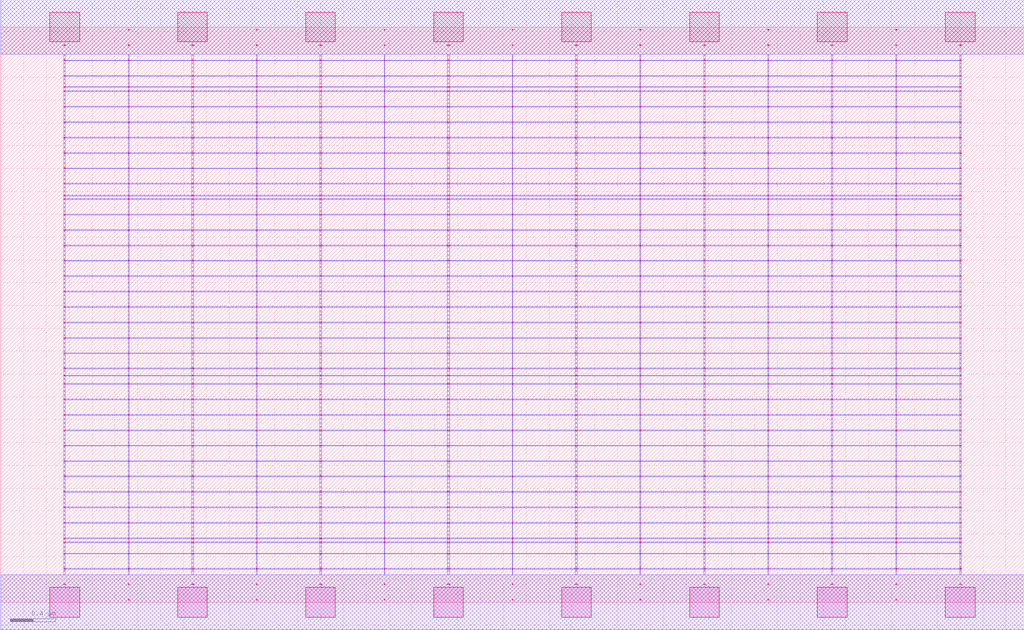
<source format=lef>
MACRO OAOI231_DEBUG
 CLASS CORE ;
 FOREIGN OAOI231_DEBUG 0 0 ;
 SIZE 8.96 BY 5.04 ;
 ORIGIN 0 0 ;
 SYMMETRY X Y R90 ;
 SITE unit ;

 OBS
    LAYER polycont ;
     RECT 4.47600000 2.58300000 4.48400000 2.59100000 ;
     RECT 4.47600000 2.71800000 4.48400000 2.72600000 ;
     RECT 4.47600000 2.85300000 4.48400000 2.86100000 ;
     RECT 4.47600000 2.98800000 4.48400000 2.99600000 ;
     RECT 6.71600000 2.58300000 6.72400000 2.59100000 ;
     RECT 7.27100000 2.58300000 7.28400000 2.59100000 ;
     RECT 7.83600000 2.58300000 7.84400000 2.59100000 ;
     RECT 8.39600000 2.58300000 8.40900000 2.59100000 ;
     RECT 5.03100000 2.58300000 5.04900000 2.59100000 ;
     RECT 5.03100000 2.71800000 5.04900000 2.72600000 ;
     RECT 5.59600000 2.71800000 5.60400000 2.72600000 ;
     RECT 6.15600000 2.71800000 6.16900000 2.72600000 ;
     RECT 6.71600000 2.71800000 6.72400000 2.72600000 ;
     RECT 7.27100000 2.71800000 7.28400000 2.72600000 ;
     RECT 7.83600000 2.71800000 7.84400000 2.72600000 ;
     RECT 8.39600000 2.71800000 8.40900000 2.72600000 ;
     RECT 5.59600000 2.58300000 5.60400000 2.59100000 ;
     RECT 5.03100000 2.85300000 5.04900000 2.86100000 ;
     RECT 5.59600000 2.85300000 5.60400000 2.86100000 ;
     RECT 6.15600000 2.85300000 6.16900000 2.86100000 ;
     RECT 6.71600000 2.85300000 6.72400000 2.86100000 ;
     RECT 7.27100000 2.85300000 7.28400000 2.86100000 ;
     RECT 7.83600000 2.85300000 7.84400000 2.86100000 ;
     RECT 8.39600000 2.85300000 8.40900000 2.86100000 ;
     RECT 6.15600000 2.58300000 6.16900000 2.59100000 ;
     RECT 5.03100000 2.98800000 5.04900000 2.99600000 ;
     RECT 5.59600000 2.98800000 5.60400000 2.99600000 ;
     RECT 6.15600000 2.98800000 6.16900000 2.99600000 ;
     RECT 6.71600000 2.98800000 6.72400000 2.99600000 ;
     RECT 7.27100000 2.98800000 7.28400000 2.99600000 ;
     RECT 7.83600000 2.98800000 7.84400000 2.99600000 ;
     RECT 8.39600000 2.98800000 8.40900000 2.99600000 ;
     RECT 6.71600000 3.12300000 6.72400000 3.13100000 ;
     RECT 6.71600000 3.25800000 6.72400000 3.26600000 ;
     RECT 6.71600000 3.39300000 6.72400000 3.40100000 ;
     RECT 6.71600000 3.52800000 6.72400000 3.53600000 ;
     RECT 6.71600000 3.56100000 6.72400000 3.56900000 ;
     RECT 6.71600000 3.66300000 6.72400000 3.67100000 ;
     RECT 6.71600000 3.79800000 6.72400000 3.80600000 ;
     RECT 6.71600000 3.93300000 6.72400000 3.94100000 ;
     RECT 6.71600000 4.06800000 6.72400000 4.07600000 ;
     RECT 6.71600000 4.20300000 6.72400000 4.21100000 ;
     RECT 6.71600000 4.33800000 6.72400000 4.34600000 ;
     RECT 6.71600000 4.47300000 6.72400000 4.48100000 ;
     RECT 6.71600000 4.51100000 6.72400000 4.51900000 ;
     RECT 6.71600000 4.60800000 6.72400000 4.61600000 ;
     RECT 6.71600000 4.74300000 6.72400000 4.75100000 ;
     RECT 6.71600000 4.87800000 6.72400000 4.88600000 ;
     RECT 2.23600000 2.98800000 2.24400000 2.99600000 ;
     RECT 2.79100000 2.98800000 2.80900000 2.99600000 ;
     RECT 3.35600000 2.98800000 3.36400000 2.99600000 ;
     RECT 3.91100000 2.98800000 3.92900000 2.99600000 ;
     RECT 2.23600000 2.58300000 2.24400000 2.59100000 ;
     RECT 2.79100000 2.58300000 2.80900000 2.59100000 ;
     RECT 3.35600000 2.58300000 3.36400000 2.59100000 ;
     RECT 3.91100000 2.58300000 3.92900000 2.59100000 ;
     RECT 0.55100000 2.58300000 0.56400000 2.59100000 ;
     RECT 0.55100000 2.71800000 0.56400000 2.72600000 ;
     RECT 0.55100000 2.85300000 0.56400000 2.86100000 ;
     RECT 1.11600000 2.85300000 1.12400000 2.86100000 ;
     RECT 1.67100000 2.85300000 1.68900000 2.86100000 ;
     RECT 2.23600000 2.85300000 2.24400000 2.86100000 ;
     RECT 2.79100000 2.85300000 2.80900000 2.86100000 ;
     RECT 3.35600000 2.85300000 3.36400000 2.86100000 ;
     RECT 3.91100000 2.85300000 3.92900000 2.86100000 ;
     RECT 1.11600000 2.71800000 1.12400000 2.72600000 ;
     RECT 1.67100000 2.71800000 1.68900000 2.72600000 ;
     RECT 2.23600000 2.71800000 2.24400000 2.72600000 ;
     RECT 2.79100000 2.71800000 2.80900000 2.72600000 ;
     RECT 3.35600000 2.71800000 3.36400000 2.72600000 ;
     RECT 3.91100000 2.71800000 3.92900000 2.72600000 ;
     RECT 1.11600000 2.58300000 1.12400000 2.59100000 ;
     RECT 1.67100000 2.58300000 1.68900000 2.59100000 ;
     RECT 0.55100000 2.98800000 0.56400000 2.99600000 ;
     RECT 1.11600000 2.98800000 1.12400000 2.99600000 ;
     RECT 1.67100000 2.98800000 1.68900000 2.99600000 ;
     RECT 7.83600000 2.31300000 7.84400000 2.32100000 ;
     RECT 8.39600000 2.31300000 8.40900000 2.32100000 ;
     RECT 7.83600000 2.44800000 7.84400000 2.45600000 ;
     RECT 8.39600000 2.44800000 8.40900000 2.45600000 ;
     RECT 7.83600000 0.15300000 7.84400000 0.16100000 ;
     RECT 8.39600000 0.15300000 8.40900000 0.16100000 ;
     RECT 7.83600000 0.28800000 7.84400000 0.29600000 ;
     RECT 8.39600000 0.28800000 8.40900000 0.29600000 ;
     RECT 7.83600000 0.42300000 7.84400000 0.43100000 ;
     RECT 8.39600000 0.42300000 8.40900000 0.43100000 ;
     RECT 7.83600000 0.52100000 7.84400000 0.52900000 ;
     RECT 8.39600000 0.52100000 8.40900000 0.52900000 ;
     RECT 7.83600000 0.55800000 7.84400000 0.56600000 ;
     RECT 8.39600000 0.55800000 8.40900000 0.56600000 ;
     RECT 7.83600000 0.69300000 7.84400000 0.70100000 ;
     RECT 8.39600000 0.69300000 8.40900000 0.70100000 ;
     RECT 7.83600000 0.82800000 7.84400000 0.83600000 ;
     RECT 8.39600000 0.82800000 8.40900000 0.83600000 ;
     RECT 7.83600000 0.96300000 7.84400000 0.97100000 ;
     RECT 8.39600000 0.96300000 8.40900000 0.97100000 ;
     RECT 7.83600000 1.09800000 7.84400000 1.10600000 ;
     RECT 8.39600000 1.09800000 8.40900000 1.10600000 ;
     RECT 7.83600000 1.23300000 7.84400000 1.24100000 ;
     RECT 8.39600000 1.23300000 8.40900000 1.24100000 ;
     RECT 7.83600000 1.36800000 7.84400000 1.37600000 ;
     RECT 8.39600000 1.36800000 8.40900000 1.37600000 ;
     RECT 7.83600000 1.50300000 7.84400000 1.51100000 ;
     RECT 8.39600000 1.50300000 8.40900000 1.51100000 ;
     RECT 7.83600000 1.63800000 7.84400000 1.64600000 ;
     RECT 8.39600000 1.63800000 8.40900000 1.64600000 ;
     RECT 7.83600000 1.77300000 7.84400000 1.78100000 ;
     RECT 8.39600000 1.77300000 8.40900000 1.78100000 ;
     RECT 7.83600000 1.90800000 7.84400000 1.91600000 ;
     RECT 8.39600000 1.90800000 8.40900000 1.91600000 ;
     RECT 7.83600000 1.98100000 7.84400000 1.98900000 ;
     RECT 8.39600000 1.98100000 8.40900000 1.98900000 ;
     RECT 7.83600000 2.04300000 7.84400000 2.05100000 ;
     RECT 8.39600000 2.04300000 8.40900000 2.05100000 ;
     RECT 7.83600000 2.17800000 7.84400000 2.18600000 ;
     RECT 8.39600000 2.17800000 8.40900000 2.18600000 ;

    LAYER pdiffc ;
     RECT 0.55100000 3.39300000 0.55900000 3.40100000 ;
     RECT 6.16100000 3.39300000 6.16900000 3.40100000 ;
     RECT 7.27100000 3.39300000 7.27900000 3.40100000 ;
     RECT 8.40100000 3.39300000 8.40900000 3.40100000 ;
     RECT 0.55100000 3.52800000 0.55900000 3.53600000 ;
     RECT 6.16100000 3.52800000 6.16900000 3.53600000 ;
     RECT 7.27100000 3.52800000 7.27900000 3.53600000 ;
     RECT 8.40100000 3.52800000 8.40900000 3.53600000 ;
     RECT 0.55100000 3.56100000 0.55900000 3.56900000 ;
     RECT 6.16100000 3.56100000 6.16900000 3.56900000 ;
     RECT 7.27100000 3.56100000 7.27900000 3.56900000 ;
     RECT 8.40100000 3.56100000 8.40900000 3.56900000 ;
     RECT 0.55100000 3.66300000 0.55900000 3.67100000 ;
     RECT 6.16100000 3.66300000 6.16900000 3.67100000 ;
     RECT 7.27100000 3.66300000 7.27900000 3.67100000 ;
     RECT 8.40100000 3.66300000 8.40900000 3.67100000 ;
     RECT 0.55100000 3.79800000 0.55900000 3.80600000 ;
     RECT 6.16100000 3.79800000 6.16900000 3.80600000 ;
     RECT 7.27100000 3.79800000 7.27900000 3.80600000 ;
     RECT 8.40100000 3.79800000 8.40900000 3.80600000 ;
     RECT 0.55100000 3.93300000 0.55900000 3.94100000 ;
     RECT 6.16100000 3.93300000 6.16900000 3.94100000 ;
     RECT 7.27100000 3.93300000 7.27900000 3.94100000 ;
     RECT 8.40100000 3.93300000 8.40900000 3.94100000 ;
     RECT 0.55100000 4.06800000 0.55900000 4.07600000 ;
     RECT 6.16100000 4.06800000 6.16900000 4.07600000 ;
     RECT 7.27100000 4.06800000 7.27900000 4.07600000 ;
     RECT 8.40100000 4.06800000 8.40900000 4.07600000 ;
     RECT 0.55100000 4.20300000 0.55900000 4.21100000 ;
     RECT 6.16100000 4.20300000 6.16900000 4.21100000 ;
     RECT 7.27100000 4.20300000 7.27900000 4.21100000 ;
     RECT 8.40100000 4.20300000 8.40900000 4.21100000 ;
     RECT 0.55100000 4.33800000 0.55900000 4.34600000 ;
     RECT 6.16100000 4.33800000 6.16900000 4.34600000 ;
     RECT 7.27100000 4.33800000 7.27900000 4.34600000 ;
     RECT 8.40100000 4.33800000 8.40900000 4.34600000 ;
     RECT 0.55100000 4.47300000 0.55900000 4.48100000 ;
     RECT 6.16100000 4.47300000 6.16900000 4.48100000 ;
     RECT 7.27100000 4.47300000 7.27900000 4.48100000 ;
     RECT 8.40100000 4.47300000 8.40900000 4.48100000 ;
     RECT 0.55100000 4.51100000 0.55900000 4.51900000 ;
     RECT 6.16100000 4.51100000 6.16900000 4.51900000 ;
     RECT 7.27100000 4.51100000 7.27900000 4.51900000 ;
     RECT 8.40100000 4.51100000 8.40900000 4.51900000 ;
     RECT 0.55100000 4.60800000 0.55900000 4.61600000 ;
     RECT 6.16100000 4.60800000 6.16900000 4.61600000 ;
     RECT 7.27100000 4.60800000 7.27900000 4.61600000 ;
     RECT 8.40100000 4.60800000 8.40900000 4.61600000 ;

    LAYER ndiffc ;
     RECT 3.91100000 0.42300000 3.92900000 0.43100000 ;
     RECT 3.91100000 0.52100000 3.92900000 0.52900000 ;
     RECT 3.91100000 0.55800000 3.92900000 0.56600000 ;
     RECT 3.91100000 0.69300000 3.92900000 0.70100000 ;
     RECT 3.91100000 0.82800000 3.92900000 0.83600000 ;
     RECT 3.91100000 0.96300000 3.92900000 0.97100000 ;
     RECT 3.91100000 1.09800000 3.92900000 1.10600000 ;
     RECT 3.91100000 1.23300000 3.92900000 1.24100000 ;
     RECT 3.91100000 1.36800000 3.92900000 1.37600000 ;
     RECT 3.91100000 1.50300000 3.92900000 1.51100000 ;
     RECT 3.91100000 1.63800000 3.92900000 1.64600000 ;
     RECT 3.91100000 1.77300000 3.92900000 1.78100000 ;
     RECT 3.91100000 1.90800000 3.92900000 1.91600000 ;
     RECT 3.91100000 1.98100000 3.92900000 1.98900000 ;
     RECT 3.91100000 2.04300000 3.92900000 2.05100000 ;
     RECT 7.27100000 0.69300000 7.28400000 0.70100000 ;
     RECT 5.03100000 0.42300000 5.04900000 0.43100000 ;
     RECT 5.03100000 0.82800000 5.04900000 0.83600000 ;
     RECT 6.15600000 0.82800000 6.16900000 0.83600000 ;
     RECT 7.27100000 0.82800000 7.28400000 0.83600000 ;
     RECT 5.03100000 0.52100000 5.04900000 0.52900000 ;
     RECT 5.03100000 0.96300000 5.04900000 0.97100000 ;
     RECT 6.15600000 0.96300000 6.16900000 0.97100000 ;
     RECT 7.27100000 0.96300000 7.28400000 0.97100000 ;
     RECT 6.15600000 0.52100000 6.16900000 0.52900000 ;
     RECT 5.03100000 1.09800000 5.04900000 1.10600000 ;
     RECT 6.15600000 1.09800000 6.16900000 1.10600000 ;
     RECT 7.27100000 1.09800000 7.28400000 1.10600000 ;
     RECT 7.27100000 0.52100000 7.28400000 0.52900000 ;
     RECT 5.03100000 1.23300000 5.04900000 1.24100000 ;
     RECT 6.15600000 1.23300000 6.16900000 1.24100000 ;
     RECT 7.27100000 1.23300000 7.28400000 1.24100000 ;
     RECT 6.15600000 0.42300000 6.16900000 0.43100000 ;
     RECT 5.03100000 1.36800000 5.04900000 1.37600000 ;
     RECT 6.15600000 1.36800000 6.16900000 1.37600000 ;
     RECT 7.27100000 1.36800000 7.28400000 1.37600000 ;
     RECT 5.03100000 0.55800000 5.04900000 0.56600000 ;
     RECT 5.03100000 1.50300000 5.04900000 1.51100000 ;
     RECT 6.15600000 1.50300000 6.16900000 1.51100000 ;
     RECT 7.27100000 1.50300000 7.28400000 1.51100000 ;
     RECT 6.15600000 0.55800000 6.16900000 0.56600000 ;
     RECT 5.03100000 1.63800000 5.04900000 1.64600000 ;
     RECT 6.15600000 1.63800000 6.16900000 1.64600000 ;
     RECT 7.27100000 1.63800000 7.28400000 1.64600000 ;
     RECT 7.27100000 0.55800000 7.28400000 0.56600000 ;
     RECT 5.03100000 1.77300000 5.04900000 1.78100000 ;
     RECT 6.15600000 1.77300000 6.16900000 1.78100000 ;
     RECT 7.27100000 1.77300000 7.28400000 1.78100000 ;
     RECT 7.27100000 0.42300000 7.28400000 0.43100000 ;
     RECT 5.03100000 1.90800000 5.04900000 1.91600000 ;
     RECT 6.15600000 1.90800000 6.16900000 1.91600000 ;
     RECT 7.27100000 1.90800000 7.28400000 1.91600000 ;
     RECT 5.03100000 0.69300000 5.04900000 0.70100000 ;
     RECT 5.03100000 1.98100000 5.04900000 1.98900000 ;
     RECT 6.15600000 1.98100000 6.16900000 1.98900000 ;
     RECT 7.27100000 1.98100000 7.28400000 1.98900000 ;
     RECT 6.15600000 0.69300000 6.16900000 0.70100000 ;
     RECT 5.03100000 2.04300000 5.04900000 2.05100000 ;
     RECT 6.15600000 2.04300000 6.16900000 2.05100000 ;
     RECT 7.27100000 2.04300000 7.28400000 2.05100000 ;
     RECT 2.79100000 0.52100000 2.80900000 0.52900000 ;
     RECT 1.67100000 0.42300000 1.68900000 0.43100000 ;
     RECT 0.55100000 0.96300000 0.56400000 0.97100000 ;
     RECT 0.55100000 1.50300000 0.56400000 1.51100000 ;
     RECT 1.67100000 1.50300000 1.68900000 1.51100000 ;
     RECT 2.79100000 1.50300000 2.80900000 1.51100000 ;
     RECT 1.67100000 0.96300000 1.68900000 0.97100000 ;
     RECT 2.79100000 0.96300000 2.80900000 0.97100000 ;
     RECT 2.79100000 0.42300000 2.80900000 0.43100000 ;
     RECT 0.55100000 0.69300000 0.56400000 0.70100000 ;
     RECT 0.55100000 1.63800000 0.56400000 1.64600000 ;
     RECT 1.67100000 1.63800000 1.68900000 1.64600000 ;
     RECT 2.79100000 1.63800000 2.80900000 1.64600000 ;
     RECT 1.67100000 0.69300000 1.68900000 0.70100000 ;
     RECT 2.79100000 0.69300000 2.80900000 0.70100000 ;
     RECT 0.55100000 1.09800000 0.56400000 1.10600000 ;
     RECT 1.67100000 1.09800000 1.68900000 1.10600000 ;
     RECT 0.55100000 1.77300000 0.56400000 1.78100000 ;
     RECT 1.67100000 1.77300000 1.68900000 1.78100000 ;
     RECT 2.79100000 1.77300000 2.80900000 1.78100000 ;
     RECT 2.79100000 1.09800000 2.80900000 1.10600000 ;
     RECT 0.55100000 0.42300000 0.56400000 0.43100000 ;
     RECT 0.55100000 0.52100000 0.56400000 0.52900000 ;
     RECT 0.55100000 0.55800000 0.56400000 0.56600000 ;
     RECT 0.55100000 1.90800000 0.56400000 1.91600000 ;
     RECT 1.67100000 1.90800000 1.68900000 1.91600000 ;
     RECT 2.79100000 1.90800000 2.80900000 1.91600000 ;
     RECT 1.67100000 0.55800000 1.68900000 0.56600000 ;
     RECT 0.55100000 1.23300000 0.56400000 1.24100000 ;
     RECT 1.67100000 1.23300000 1.68900000 1.24100000 ;
     RECT 2.79100000 1.23300000 2.80900000 1.24100000 ;
     RECT 0.55100000 1.98100000 0.56400000 1.98900000 ;
     RECT 1.67100000 1.98100000 1.68900000 1.98900000 ;
     RECT 2.79100000 1.98100000 2.80900000 1.98900000 ;
     RECT 0.55100000 0.82800000 0.56400000 0.83600000 ;
     RECT 1.67100000 0.82800000 1.68900000 0.83600000 ;
     RECT 2.79100000 0.82800000 2.80900000 0.83600000 ;
     RECT 2.79100000 0.55800000 2.80900000 0.56600000 ;
     RECT 0.55100000 2.04300000 0.56400000 2.05100000 ;
     RECT 1.67100000 2.04300000 1.68900000 2.05100000 ;
     RECT 2.79100000 2.04300000 2.80900000 2.05100000 ;
     RECT 0.55100000 1.36800000 0.56400000 1.37600000 ;
     RECT 1.67100000 1.36800000 1.68900000 1.37600000 ;
     RECT 2.79100000 1.36800000 2.80900000 1.37600000 ;
     RECT 1.67100000 0.52100000 1.68900000 0.52900000 ;

    LAYER met1 ;
     RECT 0.00000000 -0.24000000 8.96000000 0.24000000 ;
     RECT 4.47600000 0.24000000 4.48400000 0.28800000 ;
     RECT 0.55100000 0.28800000 8.40900000 0.29600000 ;
     RECT 4.47600000 0.29600000 4.48400000 0.42300000 ;
     RECT 0.55100000 0.42300000 8.40900000 0.43100000 ;
     RECT 4.47600000 0.43100000 4.48400000 0.52100000 ;
     RECT 0.55100000 0.52100000 8.40900000 0.52900000 ;
     RECT 4.47600000 0.52900000 4.48400000 0.55800000 ;
     RECT 0.55100000 0.55800000 8.40900000 0.56600000 ;
     RECT 4.47600000 0.56600000 4.48400000 0.69300000 ;
     RECT 0.55100000 0.69300000 8.40900000 0.70100000 ;
     RECT 4.47600000 0.70100000 4.48400000 0.82800000 ;
     RECT 0.55100000 0.82800000 8.40900000 0.83600000 ;
     RECT 4.47600000 0.83600000 4.48400000 0.96300000 ;
     RECT 0.55100000 0.96300000 8.40900000 0.97100000 ;
     RECT 4.47600000 0.97100000 4.48400000 1.09800000 ;
     RECT 0.55100000 1.09800000 8.40900000 1.10600000 ;
     RECT 4.47600000 1.10600000 4.48400000 1.23300000 ;
     RECT 0.55100000 1.23300000 8.40900000 1.24100000 ;
     RECT 4.47600000 1.24100000 4.48400000 1.36800000 ;
     RECT 0.55100000 1.36800000 8.40900000 1.37600000 ;
     RECT 4.47600000 1.37600000 4.48400000 1.50300000 ;
     RECT 0.55100000 1.50300000 8.40900000 1.51100000 ;
     RECT 4.47600000 1.51100000 4.48400000 1.63800000 ;
     RECT 0.55100000 1.63800000 8.40900000 1.64600000 ;
     RECT 4.47600000 1.64600000 4.48400000 1.77300000 ;
     RECT 0.55100000 1.77300000 8.40900000 1.78100000 ;
     RECT 4.47600000 1.78100000 4.48400000 1.90800000 ;
     RECT 0.55100000 1.90800000 8.40900000 1.91600000 ;
     RECT 4.47600000 1.91600000 4.48400000 1.98100000 ;
     RECT 0.55100000 1.98100000 8.40900000 1.98900000 ;
     RECT 4.47600000 1.98900000 4.48400000 2.04300000 ;
     RECT 0.55100000 2.04300000 8.40900000 2.05100000 ;
     RECT 4.47600000 2.05100000 4.48400000 2.17800000 ;
     RECT 0.55100000 2.17800000 8.40900000 2.18600000 ;
     RECT 4.47600000 2.18600000 4.48400000 2.31300000 ;
     RECT 0.55100000 2.31300000 8.40900000 2.32100000 ;
     RECT 4.47600000 2.32100000 4.48400000 2.44800000 ;
     RECT 0.55100000 2.44800000 8.40900000 2.45600000 ;
     RECT 0.55100000 2.45600000 0.56400000 2.58300000 ;
     RECT 1.11600000 2.45600000 1.12400000 2.58300000 ;
     RECT 1.67100000 2.45600000 1.68900000 2.58300000 ;
     RECT 2.23600000 2.45600000 2.24400000 2.58300000 ;
     RECT 2.79100000 2.45600000 2.80900000 2.58300000 ;
     RECT 3.35600000 2.45600000 3.36400000 2.58300000 ;
     RECT 3.91100000 2.45600000 3.92900000 2.58300000 ;
     RECT 4.47600000 2.45600000 4.48400000 2.58300000 ;
     RECT 5.03100000 2.45600000 5.04900000 2.58300000 ;
     RECT 5.59600000 2.45600000 5.60400000 2.58300000 ;
     RECT 6.15600000 2.45600000 6.16900000 2.58300000 ;
     RECT 6.71600000 2.45600000 6.72400000 2.58300000 ;
     RECT 7.27100000 2.45600000 7.28400000 2.58300000 ;
     RECT 7.83600000 2.45600000 7.84400000 2.58300000 ;
     RECT 8.39600000 2.45600000 8.40900000 2.58300000 ;
     RECT 0.55100000 2.58300000 8.40900000 2.59100000 ;
     RECT 4.47600000 2.59100000 4.48400000 2.71800000 ;
     RECT 0.55100000 2.71800000 8.40900000 2.72600000 ;
     RECT 4.47600000 2.72600000 4.48400000 2.85300000 ;
     RECT 0.55100000 2.85300000 8.40900000 2.86100000 ;
     RECT 4.47600000 2.86100000 4.48400000 2.98800000 ;
     RECT 0.55100000 2.98800000 8.40900000 2.99600000 ;
     RECT 4.47600000 2.99600000 4.48400000 3.12300000 ;
     RECT 0.55100000 3.12300000 8.40900000 3.13100000 ;
     RECT 4.47600000 3.13100000 4.48400000 3.25800000 ;
     RECT 0.55100000 3.25800000 8.40900000 3.26600000 ;
     RECT 4.47600000 3.26600000 4.48400000 3.39300000 ;
     RECT 0.55100000 3.39300000 8.40900000 3.40100000 ;
     RECT 4.47600000 3.40100000 4.48400000 3.52800000 ;
     RECT 0.55100000 3.52800000 8.40900000 3.53600000 ;
     RECT 4.47600000 3.53600000 4.48400000 3.56100000 ;
     RECT 0.55100000 3.56100000 8.40900000 3.56900000 ;
     RECT 4.47600000 3.56900000 4.48400000 3.66300000 ;
     RECT 0.55100000 3.66300000 8.40900000 3.67100000 ;
     RECT 4.47600000 3.67100000 4.48400000 3.79800000 ;
     RECT 0.55100000 3.79800000 8.40900000 3.80600000 ;
     RECT 4.47600000 3.80600000 4.48400000 3.93300000 ;
     RECT 0.55100000 3.93300000 8.40900000 3.94100000 ;
     RECT 4.47600000 3.94100000 4.48400000 4.06800000 ;
     RECT 0.55100000 4.06800000 8.40900000 4.07600000 ;
     RECT 4.47600000 4.07600000 4.48400000 4.20300000 ;
     RECT 0.55100000 4.20300000 8.40900000 4.21100000 ;
     RECT 4.47600000 4.21100000 4.48400000 4.33800000 ;
     RECT 0.55100000 4.33800000 8.40900000 4.34600000 ;
     RECT 4.47600000 4.34600000 4.48400000 4.47300000 ;
     RECT 0.55100000 4.47300000 8.40900000 4.48100000 ;
     RECT 4.47600000 4.48100000 4.48400000 4.51100000 ;
     RECT 0.55100000 4.51100000 8.40900000 4.51900000 ;
     RECT 4.47600000 4.51900000 4.48400000 4.60800000 ;
     RECT 0.55100000 4.60800000 8.40900000 4.61600000 ;
     RECT 4.47600000 4.61600000 4.48400000 4.74300000 ;
     RECT 0.55100000 4.74300000 8.40900000 4.75100000 ;
     RECT 4.47600000 4.75100000 4.48400000 4.80000000 ;
     RECT 0.00000000 4.80000000 8.96000000 5.28000000 ;
     RECT 6.71600000 3.13100000 6.72400000 3.25800000 ;
     RECT 6.71600000 3.26600000 6.72400000 3.39300000 ;
     RECT 6.71600000 3.40100000 6.72400000 3.52800000 ;
     RECT 6.71600000 2.72600000 6.72400000 2.85300000 ;
     RECT 6.71600000 3.53600000 6.72400000 3.56100000 ;
     RECT 6.71600000 3.56900000 6.72400000 3.66300000 ;
     RECT 6.71600000 2.59100000 6.72400000 2.71800000 ;
     RECT 6.71600000 3.67100000 6.72400000 3.79800000 ;
     RECT 5.03100000 3.80600000 5.04900000 3.93300000 ;
     RECT 5.59600000 3.80600000 5.60400000 3.93300000 ;
     RECT 6.15600000 3.80600000 6.16900000 3.93300000 ;
     RECT 6.71600000 3.80600000 6.72400000 3.93300000 ;
     RECT 7.27100000 3.80600000 7.28400000 3.93300000 ;
     RECT 7.83600000 3.80600000 7.84400000 3.93300000 ;
     RECT 8.39600000 3.80600000 8.40900000 3.93300000 ;
     RECT 6.71600000 2.86100000 6.72400000 2.98800000 ;
     RECT 6.71600000 3.94100000 6.72400000 4.06800000 ;
     RECT 6.71600000 4.07600000 6.72400000 4.20300000 ;
     RECT 6.71600000 4.21100000 6.72400000 4.33800000 ;
     RECT 6.71600000 4.34600000 6.72400000 4.47300000 ;
     RECT 6.71600000 4.48100000 6.72400000 4.51100000 ;
     RECT 6.71600000 2.99600000 6.72400000 3.12300000 ;
     RECT 6.71600000 4.51900000 6.72400000 4.60800000 ;
     RECT 6.71600000 4.61600000 6.72400000 4.74300000 ;
     RECT 6.71600000 4.75100000 6.72400000 4.80000000 ;
     RECT 7.27100000 4.21100000 7.28400000 4.33800000 ;
     RECT 7.83600000 4.21100000 7.84400000 4.33800000 ;
     RECT 8.39600000 4.21100000 8.40900000 4.33800000 ;
     RECT 8.39600000 3.94100000 8.40900000 4.06800000 ;
     RECT 7.27100000 4.34600000 7.28400000 4.47300000 ;
     RECT 7.83600000 4.34600000 7.84400000 4.47300000 ;
     RECT 8.39600000 4.34600000 8.40900000 4.47300000 ;
     RECT 7.27100000 3.94100000 7.28400000 4.06800000 ;
     RECT 7.27100000 4.48100000 7.28400000 4.51100000 ;
     RECT 7.83600000 4.48100000 7.84400000 4.51100000 ;
     RECT 8.39600000 4.48100000 8.40900000 4.51100000 ;
     RECT 7.27100000 4.07600000 7.28400000 4.20300000 ;
     RECT 7.83600000 4.07600000 7.84400000 4.20300000 ;
     RECT 7.27100000 4.51900000 7.28400000 4.60800000 ;
     RECT 7.83600000 4.51900000 7.84400000 4.60800000 ;
     RECT 8.39600000 4.51900000 8.40900000 4.60800000 ;
     RECT 8.39600000 4.07600000 8.40900000 4.20300000 ;
     RECT 7.27100000 4.61600000 7.28400000 4.74300000 ;
     RECT 7.83600000 4.61600000 7.84400000 4.74300000 ;
     RECT 8.39600000 4.61600000 8.40900000 4.74300000 ;
     RECT 7.83600000 3.94100000 7.84400000 4.06800000 ;
     RECT 7.27100000 4.75100000 7.28400000 4.80000000 ;
     RECT 7.83600000 4.75100000 7.84400000 4.80000000 ;
     RECT 8.39600000 4.75100000 8.40900000 4.80000000 ;
     RECT 6.15600000 4.07600000 6.16900000 4.20300000 ;
     RECT 5.59600000 3.94100000 5.60400000 4.06800000 ;
     RECT 6.15600000 3.94100000 6.16900000 4.06800000 ;
     RECT 5.03100000 4.51900000 5.04900000 4.60800000 ;
     RECT 5.59600000 4.51900000 5.60400000 4.60800000 ;
     RECT 6.15600000 4.51900000 6.16900000 4.60800000 ;
     RECT 5.03100000 4.34600000 5.04900000 4.47300000 ;
     RECT 5.59600000 4.34600000 5.60400000 4.47300000 ;
     RECT 6.15600000 4.34600000 6.16900000 4.47300000 ;
     RECT 5.03100000 3.94100000 5.04900000 4.06800000 ;
     RECT 5.03100000 4.61600000 5.04900000 4.74300000 ;
     RECT 5.59600000 4.61600000 5.60400000 4.74300000 ;
     RECT 6.15600000 4.61600000 6.16900000 4.74300000 ;
     RECT 5.03100000 4.07600000 5.04900000 4.20300000 ;
     RECT 5.03100000 4.21100000 5.04900000 4.33800000 ;
     RECT 5.59600000 4.21100000 5.60400000 4.33800000 ;
     RECT 5.03100000 4.48100000 5.04900000 4.51100000 ;
     RECT 5.03100000 4.75100000 5.04900000 4.80000000 ;
     RECT 5.59600000 4.75100000 5.60400000 4.80000000 ;
     RECT 6.15600000 4.75100000 6.16900000 4.80000000 ;
     RECT 5.59600000 4.48100000 5.60400000 4.51100000 ;
     RECT 6.15600000 4.48100000 6.16900000 4.51100000 ;
     RECT 6.15600000 4.21100000 6.16900000 4.33800000 ;
     RECT 5.59600000 4.07600000 5.60400000 4.20300000 ;
     RECT 5.03100000 3.56900000 5.04900000 3.66300000 ;
     RECT 5.59600000 3.56900000 5.60400000 3.66300000 ;
     RECT 6.15600000 3.56900000 6.16900000 3.66300000 ;
     RECT 5.03100000 3.26600000 5.04900000 3.39300000 ;
     RECT 6.15600000 2.59100000 6.16900000 2.71800000 ;
     RECT 5.59600000 3.26600000 5.60400000 3.39300000 ;
     RECT 5.03100000 3.67100000 5.04900000 3.79800000 ;
     RECT 5.59600000 3.67100000 5.60400000 3.79800000 ;
     RECT 6.15600000 3.67100000 6.16900000 3.79800000 ;
     RECT 6.15600000 3.26600000 6.16900000 3.39300000 ;
     RECT 5.03100000 2.86100000 5.04900000 2.98800000 ;
     RECT 5.59600000 2.86100000 5.60400000 2.98800000 ;
     RECT 6.15600000 3.13100000 6.16900000 3.25800000 ;
     RECT 5.59600000 2.72600000 5.60400000 2.85300000 ;
     RECT 6.15600000 2.72600000 6.16900000 2.85300000 ;
     RECT 5.03100000 3.40100000 5.04900000 3.52800000 ;
     RECT 5.59600000 3.40100000 5.60400000 3.52800000 ;
     RECT 5.03100000 2.99600000 5.04900000 3.12300000 ;
     RECT 6.15600000 3.40100000 6.16900000 3.52800000 ;
     RECT 5.59600000 3.13100000 5.60400000 3.25800000 ;
     RECT 6.15600000 2.86100000 6.16900000 2.98800000 ;
     RECT 5.03100000 2.59100000 5.04900000 2.71800000 ;
     RECT 5.59600000 2.59100000 5.60400000 2.71800000 ;
     RECT 5.03100000 3.53600000 5.04900000 3.56100000 ;
     RECT 5.59600000 3.53600000 5.60400000 3.56100000 ;
     RECT 6.15600000 3.53600000 6.16900000 3.56100000 ;
     RECT 5.59600000 2.99600000 5.60400000 3.12300000 ;
     RECT 6.15600000 2.99600000 6.16900000 3.12300000 ;
     RECT 5.03100000 2.72600000 5.04900000 2.85300000 ;
     RECT 5.03100000 3.13100000 5.04900000 3.25800000 ;
     RECT 7.83600000 2.72600000 7.84400000 2.85300000 ;
     RECT 8.39600000 2.86100000 8.40900000 2.98800000 ;
     RECT 7.27100000 2.59100000 7.28400000 2.71800000 ;
     RECT 7.27100000 2.99600000 7.28400000 3.12300000 ;
     RECT 8.39600000 2.72600000 8.40900000 2.85300000 ;
     RECT 8.39600000 3.26600000 8.40900000 3.39300000 ;
     RECT 7.27100000 3.40100000 7.28400000 3.52800000 ;
     RECT 7.83600000 3.40100000 7.84400000 3.52800000 ;
     RECT 8.39600000 3.40100000 8.40900000 3.52800000 ;
     RECT 7.27100000 3.56900000 7.28400000 3.66300000 ;
     RECT 7.83600000 3.56900000 7.84400000 3.66300000 ;
     RECT 7.83600000 2.99600000 7.84400000 3.12300000 ;
     RECT 8.39600000 2.99600000 8.40900000 3.12300000 ;
     RECT 7.83600000 2.59100000 7.84400000 2.71800000 ;
     RECT 8.39600000 3.56900000 8.40900000 3.66300000 ;
     RECT 7.27100000 3.13100000 7.28400000 3.25800000 ;
     RECT 7.27100000 2.72600000 7.28400000 2.85300000 ;
     RECT 7.83600000 3.13100000 7.84400000 3.25800000 ;
     RECT 8.39600000 3.13100000 8.40900000 3.25800000 ;
     RECT 7.27100000 3.26600000 7.28400000 3.39300000 ;
     RECT 8.39600000 2.59100000 8.40900000 2.71800000 ;
     RECT 7.83600000 3.26600000 7.84400000 3.39300000 ;
     RECT 7.27100000 2.86100000 7.28400000 2.98800000 ;
     RECT 7.83600000 2.86100000 7.84400000 2.98800000 ;
     RECT 7.27100000 3.67100000 7.28400000 3.79800000 ;
     RECT 7.83600000 3.67100000 7.84400000 3.79800000 ;
     RECT 8.39600000 3.67100000 8.40900000 3.79800000 ;
     RECT 7.27100000 3.53600000 7.28400000 3.56100000 ;
     RECT 7.83600000 3.53600000 7.84400000 3.56100000 ;
     RECT 8.39600000 3.53600000 8.40900000 3.56100000 ;
     RECT 2.23600000 3.94100000 2.24400000 4.06800000 ;
     RECT 2.23600000 3.40100000 2.24400000 3.52800000 ;
     RECT 2.23600000 4.07600000 2.24400000 4.20300000 ;
     RECT 2.23600000 3.53600000 2.24400000 3.56100000 ;
     RECT 2.23600000 4.21100000 2.24400000 4.33800000 ;
     RECT 2.23600000 2.86100000 2.24400000 2.98800000 ;
     RECT 2.23600000 3.13100000 2.24400000 3.25800000 ;
     RECT 2.23600000 4.34600000 2.24400000 4.47300000 ;
     RECT 2.23600000 3.56900000 2.24400000 3.66300000 ;
     RECT 2.23600000 4.48100000 2.24400000 4.51100000 ;
     RECT 2.23600000 2.72600000 2.24400000 2.85300000 ;
     RECT 2.23600000 4.51900000 2.24400000 4.60800000 ;
     RECT 2.23600000 3.67100000 2.24400000 3.79800000 ;
     RECT 2.23600000 4.61600000 2.24400000 4.74300000 ;
     RECT 2.23600000 3.26600000 2.24400000 3.39300000 ;
     RECT 2.23600000 2.59100000 2.24400000 2.71800000 ;
     RECT 0.55100000 3.80600000 0.56400000 3.93300000 ;
     RECT 1.11600000 3.80600000 1.12400000 3.93300000 ;
     RECT 2.23600000 4.75100000 2.24400000 4.80000000 ;
     RECT 1.67100000 3.80600000 1.68900000 3.93300000 ;
     RECT 2.23600000 3.80600000 2.24400000 3.93300000 ;
     RECT 2.79100000 3.80600000 2.80900000 3.93300000 ;
     RECT 3.35600000 3.80600000 3.36400000 3.93300000 ;
     RECT 3.91100000 3.80600000 3.92900000 3.93300000 ;
     RECT 2.23600000 2.99600000 2.24400000 3.12300000 ;
     RECT 2.79100000 3.94100000 2.80900000 4.06800000 ;
     RECT 2.79100000 4.21100000 2.80900000 4.33800000 ;
     RECT 2.79100000 4.51900000 2.80900000 4.60800000 ;
     RECT 3.35600000 4.51900000 3.36400000 4.60800000 ;
     RECT 3.91100000 4.51900000 3.92900000 4.60800000 ;
     RECT 3.35600000 4.21100000 3.36400000 4.33800000 ;
     RECT 3.91100000 4.21100000 3.92900000 4.33800000 ;
     RECT 2.79100000 4.61600000 2.80900000 4.74300000 ;
     RECT 3.35600000 4.61600000 3.36400000 4.74300000 ;
     RECT 3.91100000 4.61600000 3.92900000 4.74300000 ;
     RECT 3.35600000 3.94100000 3.36400000 4.06800000 ;
     RECT 2.79100000 4.07600000 2.80900000 4.20300000 ;
     RECT 3.35600000 4.07600000 3.36400000 4.20300000 ;
     RECT 2.79100000 4.34600000 2.80900000 4.47300000 ;
     RECT 3.35600000 4.34600000 3.36400000 4.47300000 ;
     RECT 2.79100000 4.75100000 2.80900000 4.80000000 ;
     RECT 3.35600000 4.75100000 3.36400000 4.80000000 ;
     RECT 3.91100000 4.75100000 3.92900000 4.80000000 ;
     RECT 3.91100000 4.34600000 3.92900000 4.47300000 ;
     RECT 3.91100000 4.07600000 3.92900000 4.20300000 ;
     RECT 3.91100000 3.94100000 3.92900000 4.06800000 ;
     RECT 2.79100000 4.48100000 2.80900000 4.51100000 ;
     RECT 3.35600000 4.48100000 3.36400000 4.51100000 ;
     RECT 3.91100000 4.48100000 3.92900000 4.51100000 ;
     RECT 0.55100000 4.61600000 0.56400000 4.74300000 ;
     RECT 1.11600000 4.61600000 1.12400000 4.74300000 ;
     RECT 1.67100000 4.61600000 1.68900000 4.74300000 ;
     RECT 1.67100000 4.07600000 1.68900000 4.20300000 ;
     RECT 1.67100000 3.94100000 1.68900000 4.06800000 ;
     RECT 0.55100000 4.48100000 0.56400000 4.51100000 ;
     RECT 1.11600000 4.48100000 1.12400000 4.51100000 ;
     RECT 1.67100000 4.48100000 1.68900000 4.51100000 ;
     RECT 0.55100000 3.94100000 0.56400000 4.06800000 ;
     RECT 1.11600000 3.94100000 1.12400000 4.06800000 ;
     RECT 0.55100000 4.07600000 0.56400000 4.20300000 ;
     RECT 0.55100000 4.75100000 0.56400000 4.80000000 ;
     RECT 1.11600000 4.75100000 1.12400000 4.80000000 ;
     RECT 1.67100000 4.75100000 1.68900000 4.80000000 ;
     RECT 1.11600000 4.07600000 1.12400000 4.20300000 ;
     RECT 0.55100000 4.34600000 0.56400000 4.47300000 ;
     RECT 0.55100000 4.51900000 0.56400000 4.60800000 ;
     RECT 1.11600000 4.51900000 1.12400000 4.60800000 ;
     RECT 1.67100000 4.51900000 1.68900000 4.60800000 ;
     RECT 1.11600000 4.34600000 1.12400000 4.47300000 ;
     RECT 1.67100000 4.34600000 1.68900000 4.47300000 ;
     RECT 0.55100000 4.21100000 0.56400000 4.33800000 ;
     RECT 1.11600000 4.21100000 1.12400000 4.33800000 ;
     RECT 1.67100000 4.21100000 1.68900000 4.33800000 ;
     RECT 0.55100000 3.56900000 0.56400000 3.66300000 ;
     RECT 1.11600000 3.26600000 1.12400000 3.39300000 ;
     RECT 1.67100000 3.26600000 1.68900000 3.39300000 ;
     RECT 1.11600000 3.56900000 1.12400000 3.66300000 ;
     RECT 1.67100000 3.56900000 1.68900000 3.66300000 ;
     RECT 0.55100000 2.72600000 0.56400000 2.85300000 ;
     RECT 1.67100000 3.40100000 1.68900000 3.52800000 ;
     RECT 1.11600000 2.72600000 1.12400000 2.85300000 ;
     RECT 0.55100000 2.86100000 0.56400000 2.98800000 ;
     RECT 1.11600000 2.86100000 1.12400000 2.98800000 ;
     RECT 0.55100000 3.13100000 0.56400000 3.25800000 ;
     RECT 1.11600000 3.13100000 1.12400000 3.25800000 ;
     RECT 1.67100000 3.13100000 1.68900000 3.25800000 ;
     RECT 1.67100000 2.72600000 1.68900000 2.85300000 ;
     RECT 1.67100000 2.86100000 1.68900000 2.98800000 ;
     RECT 1.67100000 2.59100000 1.68900000 2.71800000 ;
     RECT 0.55100000 3.26600000 0.56400000 3.39300000 ;
     RECT 0.55100000 3.53600000 0.56400000 3.56100000 ;
     RECT 1.11600000 3.53600000 1.12400000 3.56100000 ;
     RECT 1.67100000 3.53600000 1.68900000 3.56100000 ;
     RECT 0.55100000 3.40100000 0.56400000 3.52800000 ;
     RECT 1.11600000 3.40100000 1.12400000 3.52800000 ;
     RECT 0.55100000 2.59100000 0.56400000 2.71800000 ;
     RECT 1.11600000 2.59100000 1.12400000 2.71800000 ;
     RECT 0.55100000 3.67100000 0.56400000 3.79800000 ;
     RECT 1.11600000 3.67100000 1.12400000 3.79800000 ;
     RECT 0.55100000 2.99600000 0.56400000 3.12300000 ;
     RECT 1.11600000 2.99600000 1.12400000 3.12300000 ;
     RECT 1.67100000 2.99600000 1.68900000 3.12300000 ;
     RECT 1.67100000 3.67100000 1.68900000 3.79800000 ;
     RECT 3.91100000 3.40100000 3.92900000 3.52800000 ;
     RECT 3.91100000 3.13100000 3.92900000 3.25800000 ;
     RECT 2.79100000 2.72600000 2.80900000 2.85300000 ;
     RECT 3.35600000 2.72600000 3.36400000 2.85300000 ;
     RECT 3.91100000 2.72600000 3.92900000 2.85300000 ;
     RECT 2.79100000 2.86100000 2.80900000 2.98800000 ;
     RECT 2.79100000 3.26600000 2.80900000 3.39300000 ;
     RECT 3.35600000 3.26600000 3.36400000 3.39300000 ;
     RECT 3.91100000 3.26600000 3.92900000 3.39300000 ;
     RECT 3.91100000 2.99600000 3.92900000 3.12300000 ;
     RECT 2.79100000 2.59100000 2.80900000 2.71800000 ;
     RECT 3.35600000 2.59100000 3.36400000 2.71800000 ;
     RECT 3.91100000 2.59100000 3.92900000 2.71800000 ;
     RECT 3.35600000 2.99600000 3.36400000 3.12300000 ;
     RECT 2.79100000 3.13100000 2.80900000 3.25800000 ;
     RECT 2.79100000 3.56900000 2.80900000 3.66300000 ;
     RECT 3.35600000 3.56900000 3.36400000 3.66300000 ;
     RECT 3.91100000 3.56900000 3.92900000 3.66300000 ;
     RECT 3.35600000 3.13100000 3.36400000 3.25800000 ;
     RECT 2.79100000 2.99600000 2.80900000 3.12300000 ;
     RECT 2.79100000 3.40100000 2.80900000 3.52800000 ;
     RECT 3.35600000 3.40100000 3.36400000 3.52800000 ;
     RECT 3.35600000 3.53600000 3.36400000 3.56100000 ;
     RECT 2.79100000 3.67100000 2.80900000 3.79800000 ;
     RECT 3.35600000 3.67100000 3.36400000 3.79800000 ;
     RECT 3.91100000 3.67100000 3.92900000 3.79800000 ;
     RECT 3.91100000 3.53600000 3.92900000 3.56100000 ;
     RECT 2.79100000 3.53600000 2.80900000 3.56100000 ;
     RECT 3.35600000 2.86100000 3.36400000 2.98800000 ;
     RECT 3.91100000 2.86100000 3.92900000 2.98800000 ;
     RECT 2.23600000 1.37600000 2.24400000 1.50300000 ;
     RECT 2.23600000 0.43100000 2.24400000 0.52100000 ;
     RECT 2.23600000 1.51100000 2.24400000 1.63800000 ;
     RECT 2.23600000 1.64600000 2.24400000 1.77300000 ;
     RECT 2.23600000 1.78100000 2.24400000 1.90800000 ;
     RECT 2.23600000 1.91600000 2.24400000 1.98100000 ;
     RECT 2.23600000 1.98900000 2.24400000 2.04300000 ;
     RECT 2.23600000 0.52900000 2.24400000 0.55800000 ;
     RECT 2.23600000 2.05100000 2.24400000 2.17800000 ;
     RECT 2.23600000 2.18600000 2.24400000 2.31300000 ;
     RECT 2.23600000 2.32100000 2.24400000 2.44800000 ;
     RECT 2.23600000 0.56600000 2.24400000 0.69300000 ;
     RECT 2.23600000 0.70100000 2.24400000 0.82800000 ;
     RECT 2.23600000 0.83600000 2.24400000 0.96300000 ;
     RECT 2.23600000 0.29600000 2.24400000 0.42300000 ;
     RECT 2.23600000 0.97100000 2.24400000 1.09800000 ;
     RECT 0.55100000 1.10600000 0.56400000 1.23300000 ;
     RECT 1.11600000 1.10600000 1.12400000 1.23300000 ;
     RECT 1.67100000 1.10600000 1.68900000 1.23300000 ;
     RECT 2.23600000 1.10600000 2.24400000 1.23300000 ;
     RECT 2.79100000 1.10600000 2.80900000 1.23300000 ;
     RECT 3.35600000 1.10600000 3.36400000 1.23300000 ;
     RECT 3.91100000 1.10600000 3.92900000 1.23300000 ;
     RECT 2.23600000 0.24000000 2.24400000 0.28800000 ;
     RECT 2.23600000 1.24100000 2.24400000 1.36800000 ;
     RECT 3.35600000 1.51100000 3.36400000 1.63800000 ;
     RECT 3.91100000 1.51100000 3.92900000 1.63800000 ;
     RECT 2.79100000 2.05100000 2.80900000 2.17800000 ;
     RECT 3.35600000 2.05100000 3.36400000 2.17800000 ;
     RECT 3.91100000 2.05100000 3.92900000 2.17800000 ;
     RECT 3.91100000 1.37600000 3.92900000 1.50300000 ;
     RECT 2.79100000 2.18600000 2.80900000 2.31300000 ;
     RECT 3.35600000 2.18600000 3.36400000 2.31300000 ;
     RECT 3.91100000 2.18600000 3.92900000 2.31300000 ;
     RECT 2.79100000 1.64600000 2.80900000 1.77300000 ;
     RECT 2.79100000 2.32100000 2.80900000 2.44800000 ;
     RECT 3.35600000 2.32100000 3.36400000 2.44800000 ;
     RECT 3.91100000 2.32100000 3.92900000 2.44800000 ;
     RECT 3.35600000 1.64600000 3.36400000 1.77300000 ;
     RECT 3.91100000 1.64600000 3.92900000 1.77300000 ;
     RECT 2.79100000 1.37600000 2.80900000 1.50300000 ;
     RECT 2.79100000 1.78100000 2.80900000 1.90800000 ;
     RECT 3.35600000 1.78100000 3.36400000 1.90800000 ;
     RECT 3.91100000 1.78100000 3.92900000 1.90800000 ;
     RECT 3.35600000 1.37600000 3.36400000 1.50300000 ;
     RECT 2.79100000 1.91600000 2.80900000 1.98100000 ;
     RECT 3.35600000 1.91600000 3.36400000 1.98100000 ;
     RECT 3.91100000 1.91600000 3.92900000 1.98100000 ;
     RECT 2.79100000 1.51100000 2.80900000 1.63800000 ;
     RECT 2.79100000 1.98900000 2.80900000 2.04300000 ;
     RECT 3.35600000 1.98900000 3.36400000 2.04300000 ;
     RECT 3.91100000 1.98900000 3.92900000 2.04300000 ;
     RECT 2.79100000 1.24100000 2.80900000 1.36800000 ;
     RECT 3.35600000 1.24100000 3.36400000 1.36800000 ;
     RECT 3.91100000 1.24100000 3.92900000 1.36800000 ;
     RECT 0.55100000 1.78100000 0.56400000 1.90800000 ;
     RECT 0.55100000 2.32100000 0.56400000 2.44800000 ;
     RECT 1.11600000 2.32100000 1.12400000 2.44800000 ;
     RECT 1.67100000 2.32100000 1.68900000 2.44800000 ;
     RECT 0.55100000 1.98900000 0.56400000 2.04300000 ;
     RECT 1.11600000 1.98900000 1.12400000 2.04300000 ;
     RECT 1.67100000 1.98900000 1.68900000 2.04300000 ;
     RECT 1.11600000 1.78100000 1.12400000 1.90800000 ;
     RECT 1.67100000 1.78100000 1.68900000 1.90800000 ;
     RECT 0.55100000 1.64600000 0.56400000 1.77300000 ;
     RECT 1.11600000 1.64600000 1.12400000 1.77300000 ;
     RECT 1.67100000 1.64600000 1.68900000 1.77300000 ;
     RECT 0.55100000 2.05100000 0.56400000 2.17800000 ;
     RECT 1.11600000 2.05100000 1.12400000 2.17800000 ;
     RECT 1.67100000 2.05100000 1.68900000 2.17800000 ;
     RECT 1.67100000 1.37600000 1.68900000 1.50300000 ;
     RECT 0.55100000 1.91600000 0.56400000 1.98100000 ;
     RECT 1.11600000 1.91600000 1.12400000 1.98100000 ;
     RECT 1.67100000 1.91600000 1.68900000 1.98100000 ;
     RECT 0.55100000 2.18600000 0.56400000 2.31300000 ;
     RECT 1.11600000 2.18600000 1.12400000 2.31300000 ;
     RECT 0.55100000 1.24100000 0.56400000 1.36800000 ;
     RECT 1.11600000 1.24100000 1.12400000 1.36800000 ;
     RECT 1.67100000 1.24100000 1.68900000 1.36800000 ;
     RECT 1.67100000 2.18600000 1.68900000 2.31300000 ;
     RECT 0.55100000 1.51100000 0.56400000 1.63800000 ;
     RECT 1.11600000 1.51100000 1.12400000 1.63800000 ;
     RECT 1.67100000 1.51100000 1.68900000 1.63800000 ;
     RECT 0.55100000 1.37600000 0.56400000 1.50300000 ;
     RECT 1.11600000 1.37600000 1.12400000 1.50300000 ;
     RECT 0.55100000 0.97100000 0.56400000 1.09800000 ;
     RECT 1.11600000 0.97100000 1.12400000 1.09800000 ;
     RECT 1.67100000 0.97100000 1.68900000 1.09800000 ;
     RECT 1.67100000 0.52900000 1.68900000 0.55800000 ;
     RECT 0.55100000 0.56600000 0.56400000 0.69300000 ;
     RECT 1.11600000 0.56600000 1.12400000 0.69300000 ;
     RECT 1.67100000 0.56600000 1.68900000 0.69300000 ;
     RECT 0.55100000 0.52900000 0.56400000 0.55800000 ;
     RECT 1.11600000 0.24000000 1.12400000 0.28800000 ;
     RECT 0.55100000 0.29600000 0.56400000 0.42300000 ;
     RECT 0.55100000 0.70100000 0.56400000 0.82800000 ;
     RECT 1.67100000 0.24000000 1.68900000 0.28800000 ;
     RECT 1.11600000 0.70100000 1.12400000 0.82800000 ;
     RECT 1.67100000 0.70100000 1.68900000 0.82800000 ;
     RECT 1.67100000 0.43100000 1.68900000 0.52100000 ;
     RECT 1.11600000 0.29600000 1.12400000 0.42300000 ;
     RECT 1.67100000 0.29600000 1.68900000 0.42300000 ;
     RECT 0.55100000 0.83600000 0.56400000 0.96300000 ;
     RECT 1.11600000 0.83600000 1.12400000 0.96300000 ;
     RECT 1.67100000 0.83600000 1.68900000 0.96300000 ;
     RECT 0.55100000 0.43100000 0.56400000 0.52100000 ;
     RECT 1.11600000 0.43100000 1.12400000 0.52100000 ;
     RECT 0.55100000 0.24000000 0.56400000 0.28800000 ;
     RECT 1.11600000 0.52900000 1.12400000 0.55800000 ;
     RECT 3.35600000 0.97100000 3.36400000 1.09800000 ;
     RECT 3.91100000 0.97100000 3.92900000 1.09800000 ;
     RECT 3.35600000 0.29600000 3.36400000 0.42300000 ;
     RECT 3.91100000 0.29600000 3.92900000 0.42300000 ;
     RECT 3.91100000 0.24000000 3.92900000 0.28800000 ;
     RECT 2.79100000 0.70100000 2.80900000 0.82800000 ;
     RECT 3.35600000 0.70100000 3.36400000 0.82800000 ;
     RECT 3.91100000 0.70100000 3.92900000 0.82800000 ;
     RECT 3.91100000 0.52900000 3.92900000 0.55800000 ;
     RECT 3.35600000 0.24000000 3.36400000 0.28800000 ;
     RECT 2.79100000 0.24000000 2.80900000 0.28800000 ;
     RECT 2.79100000 0.56600000 2.80900000 0.69300000 ;
     RECT 3.35600000 0.56600000 3.36400000 0.69300000 ;
     RECT 3.91100000 0.56600000 3.92900000 0.69300000 ;
     RECT 2.79100000 0.83600000 2.80900000 0.96300000 ;
     RECT 3.35600000 0.83600000 3.36400000 0.96300000 ;
     RECT 3.91100000 0.83600000 3.92900000 0.96300000 ;
     RECT 3.35600000 0.43100000 3.36400000 0.52100000 ;
     RECT 2.79100000 0.29600000 2.80900000 0.42300000 ;
     RECT 2.79100000 0.43100000 2.80900000 0.52100000 ;
     RECT 2.79100000 0.52900000 2.80900000 0.55800000 ;
     RECT 3.91100000 0.43100000 3.92900000 0.52100000 ;
     RECT 3.35600000 0.52900000 3.36400000 0.55800000 ;
     RECT 2.79100000 0.97100000 2.80900000 1.09800000 ;
     RECT 6.71600000 0.43100000 6.72400000 0.52100000 ;
     RECT 6.71600000 0.56600000 6.72400000 0.69300000 ;
     RECT 6.71600000 1.91600000 6.72400000 1.98100000 ;
     RECT 5.03100000 1.10600000 5.04900000 1.23300000 ;
     RECT 5.59600000 1.10600000 5.60400000 1.23300000 ;
     RECT 6.15600000 1.10600000 6.16900000 1.23300000 ;
     RECT 6.71600000 1.10600000 6.72400000 1.23300000 ;
     RECT 7.27100000 1.10600000 7.28400000 1.23300000 ;
     RECT 7.83600000 1.10600000 7.84400000 1.23300000 ;
     RECT 8.39600000 1.10600000 8.40900000 1.23300000 ;
     RECT 6.71600000 1.98900000 6.72400000 2.04300000 ;
     RECT 6.71600000 0.29600000 6.72400000 0.42300000 ;
     RECT 6.71600000 2.05100000 6.72400000 2.17800000 ;
     RECT 6.71600000 1.24100000 6.72400000 1.36800000 ;
     RECT 6.71600000 2.18600000 6.72400000 2.31300000 ;
     RECT 6.71600000 0.70100000 6.72400000 0.82800000 ;
     RECT 6.71600000 0.24000000 6.72400000 0.28800000 ;
     RECT 6.71600000 2.32100000 6.72400000 2.44800000 ;
     RECT 6.71600000 1.37600000 6.72400000 1.50300000 ;
     RECT 6.71600000 0.52900000 6.72400000 0.55800000 ;
     RECT 6.71600000 1.51100000 6.72400000 1.63800000 ;
     RECT 6.71600000 0.83600000 6.72400000 0.96300000 ;
     RECT 6.71600000 1.64600000 6.72400000 1.77300000 ;
     RECT 6.71600000 0.97100000 6.72400000 1.09800000 ;
     RECT 6.71600000 1.78100000 6.72400000 1.90800000 ;
     RECT 8.39600000 1.24100000 8.40900000 1.36800000 ;
     RECT 7.27100000 1.98900000 7.28400000 2.04300000 ;
     RECT 7.27100000 2.18600000 7.28400000 2.31300000 ;
     RECT 7.83600000 2.18600000 7.84400000 2.31300000 ;
     RECT 8.39600000 2.18600000 8.40900000 2.31300000 ;
     RECT 7.83600000 1.98900000 7.84400000 2.04300000 ;
     RECT 8.39600000 1.98900000 8.40900000 2.04300000 ;
     RECT 8.39600000 1.91600000 8.40900000 1.98100000 ;
     RECT 7.27100000 2.32100000 7.28400000 2.44800000 ;
     RECT 7.83600000 2.32100000 7.84400000 2.44800000 ;
     RECT 8.39600000 2.32100000 8.40900000 2.44800000 ;
     RECT 7.27100000 1.91600000 7.28400000 1.98100000 ;
     RECT 7.27100000 1.37600000 7.28400000 1.50300000 ;
     RECT 7.83600000 1.37600000 7.84400000 1.50300000 ;
     RECT 8.39600000 1.37600000 8.40900000 1.50300000 ;
     RECT 7.27100000 2.05100000 7.28400000 2.17800000 ;
     RECT 7.83600000 2.05100000 7.84400000 2.17800000 ;
     RECT 7.27100000 1.51100000 7.28400000 1.63800000 ;
     RECT 7.83600000 1.51100000 7.84400000 1.63800000 ;
     RECT 8.39600000 1.51100000 8.40900000 1.63800000 ;
     RECT 8.39600000 2.05100000 8.40900000 2.17800000 ;
     RECT 7.83600000 1.91600000 7.84400000 1.98100000 ;
     RECT 7.27100000 1.64600000 7.28400000 1.77300000 ;
     RECT 7.83600000 1.64600000 7.84400000 1.77300000 ;
     RECT 8.39600000 1.64600000 8.40900000 1.77300000 ;
     RECT 7.27100000 1.24100000 7.28400000 1.36800000 ;
     RECT 7.83600000 1.24100000 7.84400000 1.36800000 ;
     RECT 7.27100000 1.78100000 7.28400000 1.90800000 ;
     RECT 7.83600000 1.78100000 7.84400000 1.90800000 ;
     RECT 8.39600000 1.78100000 8.40900000 1.90800000 ;
     RECT 5.59600000 1.98900000 5.60400000 2.04300000 ;
     RECT 6.15600000 1.37600000 6.16900000 1.50300000 ;
     RECT 5.03100000 2.05100000 5.04900000 2.17800000 ;
     RECT 5.59600000 2.05100000 5.60400000 2.17800000 ;
     RECT 5.03100000 2.18600000 5.04900000 2.31300000 ;
     RECT 5.59600000 2.18600000 5.60400000 2.31300000 ;
     RECT 6.15600000 2.18600000 6.16900000 2.31300000 ;
     RECT 5.03100000 1.51100000 5.04900000 1.63800000 ;
     RECT 5.59600000 1.51100000 5.60400000 1.63800000 ;
     RECT 6.15600000 1.51100000 6.16900000 1.63800000 ;
     RECT 6.15600000 2.05100000 6.16900000 2.17800000 ;
     RECT 6.15600000 1.98900000 6.16900000 2.04300000 ;
     RECT 6.15600000 1.91600000 6.16900000 1.98100000 ;
     RECT 5.03100000 1.91600000 5.04900000 1.98100000 ;
     RECT 5.59600000 1.91600000 5.60400000 1.98100000 ;
     RECT 5.03100000 1.64600000 5.04900000 1.77300000 ;
     RECT 5.59600000 1.64600000 5.60400000 1.77300000 ;
     RECT 6.15600000 1.64600000 6.16900000 1.77300000 ;
     RECT 5.03100000 1.24100000 5.04900000 1.36800000 ;
     RECT 5.03100000 1.37600000 5.04900000 1.50300000 ;
     RECT 5.59600000 1.37600000 5.60400000 1.50300000 ;
     RECT 5.03100000 2.32100000 5.04900000 2.44800000 ;
     RECT 5.59600000 2.32100000 5.60400000 2.44800000 ;
     RECT 5.03100000 1.78100000 5.04900000 1.90800000 ;
     RECT 5.59600000 1.78100000 5.60400000 1.90800000 ;
     RECT 6.15600000 1.78100000 6.16900000 1.90800000 ;
     RECT 6.15600000 2.32100000 6.16900000 2.44800000 ;
     RECT 5.59600000 1.24100000 5.60400000 1.36800000 ;
     RECT 6.15600000 1.24100000 6.16900000 1.36800000 ;
     RECT 5.03100000 1.98900000 5.04900000 2.04300000 ;
     RECT 5.59600000 0.24000000 5.60400000 0.28800000 ;
     RECT 5.03100000 0.29600000 5.04900000 0.42300000 ;
     RECT 5.59600000 0.52900000 5.60400000 0.55800000 ;
     RECT 6.15600000 0.52900000 6.16900000 0.55800000 ;
     RECT 6.15600000 0.70100000 6.16900000 0.82800000 ;
     RECT 5.03100000 0.83600000 5.04900000 0.96300000 ;
     RECT 5.59600000 0.83600000 5.60400000 0.96300000 ;
     RECT 6.15600000 0.83600000 6.16900000 0.96300000 ;
     RECT 6.15600000 0.29600000 6.16900000 0.42300000 ;
     RECT 5.59600000 0.29600000 5.60400000 0.42300000 ;
     RECT 5.03100000 0.43100000 5.04900000 0.52100000 ;
     RECT 5.59600000 0.43100000 5.60400000 0.52100000 ;
     RECT 6.15600000 0.43100000 6.16900000 0.52100000 ;
     RECT 5.03100000 0.97100000 5.04900000 1.09800000 ;
     RECT 5.59600000 0.97100000 5.60400000 1.09800000 ;
     RECT 6.15600000 0.97100000 6.16900000 1.09800000 ;
     RECT 5.59600000 0.56600000 5.60400000 0.69300000 ;
     RECT 6.15600000 0.24000000 6.16900000 0.28800000 ;
     RECT 5.03100000 0.70100000 5.04900000 0.82800000 ;
     RECT 6.15600000 0.56600000 6.16900000 0.69300000 ;
     RECT 5.03100000 0.56600000 5.04900000 0.69300000 ;
     RECT 5.59600000 0.70100000 5.60400000 0.82800000 ;
     RECT 5.03100000 0.52900000 5.04900000 0.55800000 ;
     RECT 5.03100000 0.24000000 5.04900000 0.28800000 ;
     RECT 7.83600000 0.52900000 7.84400000 0.55800000 ;
     RECT 8.39600000 0.56600000 8.40900000 0.69300000 ;
     RECT 7.27100000 0.43100000 7.28400000 0.52100000 ;
     RECT 7.27100000 0.29600000 7.28400000 0.42300000 ;
     RECT 7.83600000 0.29600000 7.84400000 0.42300000 ;
     RECT 7.27100000 0.70100000 7.28400000 0.82800000 ;
     RECT 7.83600000 0.70100000 7.84400000 0.82800000 ;
     RECT 8.39600000 0.70100000 8.40900000 0.82800000 ;
     RECT 8.39600000 0.29600000 8.40900000 0.42300000 ;
     RECT 7.27100000 0.24000000 7.28400000 0.28800000 ;
     RECT 7.83600000 0.24000000 7.84400000 0.28800000 ;
     RECT 7.83600000 0.56600000 7.84400000 0.69300000 ;
     RECT 7.27100000 0.83600000 7.28400000 0.96300000 ;
     RECT 7.83600000 0.83600000 7.84400000 0.96300000 ;
     RECT 7.27100000 0.97100000 7.28400000 1.09800000 ;
     RECT 8.39600000 0.83600000 8.40900000 0.96300000 ;
     RECT 8.39600000 0.52900000 8.40900000 0.55800000 ;
     RECT 8.39600000 0.24000000 8.40900000 0.28800000 ;
     RECT 7.27100000 0.56600000 7.28400000 0.69300000 ;
     RECT 7.83600000 0.43100000 7.84400000 0.52100000 ;
     RECT 8.39600000 0.43100000 8.40900000 0.52100000 ;
     RECT 7.27100000 0.52900000 7.28400000 0.55800000 ;
     RECT 7.83600000 0.97100000 7.84400000 1.09800000 ;
     RECT 8.39600000 0.97100000 8.40900000 1.09800000 ;

    LAYER via1 ;
     RECT 4.47600000 0.01800000 4.48400000 0.02600000 ;
     RECT 4.47600000 0.15300000 4.48400000 0.16100000 ;
     RECT 4.47600000 0.28800000 4.48400000 0.29600000 ;
     RECT 4.47600000 0.42300000 4.48400000 0.43100000 ;
     RECT 4.47600000 0.52100000 4.48400000 0.52900000 ;
     RECT 4.47600000 0.55800000 4.48400000 0.56600000 ;
     RECT 4.47600000 0.69300000 4.48400000 0.70100000 ;
     RECT 4.47600000 0.82800000 4.48400000 0.83600000 ;
     RECT 4.47600000 0.96300000 4.48400000 0.97100000 ;
     RECT 4.47600000 1.09800000 4.48400000 1.10600000 ;
     RECT 4.47600000 1.23300000 4.48400000 1.24100000 ;
     RECT 4.47600000 1.36800000 4.48400000 1.37600000 ;
     RECT 4.47600000 1.50300000 4.48400000 1.51100000 ;
     RECT 4.47600000 1.63800000 4.48400000 1.64600000 ;
     RECT 4.47600000 1.77300000 4.48400000 1.78100000 ;
     RECT 4.47600000 1.90800000 4.48400000 1.91600000 ;
     RECT 4.47600000 1.98100000 4.48400000 1.98900000 ;
     RECT 4.47600000 2.04300000 4.48400000 2.05100000 ;
     RECT 4.47600000 2.17800000 4.48400000 2.18600000 ;
     RECT 4.47600000 2.31300000 4.48400000 2.32100000 ;
     RECT 4.47600000 2.44800000 4.48400000 2.45600000 ;
     RECT 4.47600000 2.58300000 4.48400000 2.59100000 ;
     RECT 4.47600000 2.71800000 4.48400000 2.72600000 ;
     RECT 4.47600000 2.85300000 4.48400000 2.86100000 ;
     RECT 4.47600000 2.98800000 4.48400000 2.99600000 ;
     RECT 4.47600000 3.12300000 4.48400000 3.13100000 ;
     RECT 4.47600000 3.25800000 4.48400000 3.26600000 ;
     RECT 4.47600000 3.39300000 4.48400000 3.40100000 ;
     RECT 4.47600000 3.52800000 4.48400000 3.53600000 ;
     RECT 4.47600000 3.56100000 4.48400000 3.56900000 ;
     RECT 4.47600000 3.66300000 4.48400000 3.67100000 ;
     RECT 4.47600000 3.79800000 4.48400000 3.80600000 ;
     RECT 4.47600000 3.93300000 4.48400000 3.94100000 ;
     RECT 4.47600000 4.06800000 4.48400000 4.07600000 ;
     RECT 4.47600000 4.20300000 4.48400000 4.21100000 ;
     RECT 4.47600000 4.33800000 4.48400000 4.34600000 ;
     RECT 4.47600000 4.47300000 4.48400000 4.48100000 ;
     RECT 4.47600000 4.51100000 4.48400000 4.51900000 ;
     RECT 4.47600000 4.60800000 4.48400000 4.61600000 ;
     RECT 4.47600000 4.74300000 4.48400000 4.75100000 ;
     RECT 4.47600000 4.87800000 4.48400000 4.88600000 ;
     RECT 4.47600000 5.01300000 4.48400000 5.02100000 ;
     RECT 6.71600000 3.93300000 6.72400000 3.94100000 ;
     RECT 7.27100000 3.93300000 7.28400000 3.94100000 ;
     RECT 7.83600000 3.93300000 7.84400000 3.94100000 ;
     RECT 8.39600000 3.93300000 8.40900000 3.94100000 ;
     RECT 6.71600000 4.06800000 6.72400000 4.07600000 ;
     RECT 7.27100000 4.06800000 7.28400000 4.07600000 ;
     RECT 7.83600000 4.06800000 7.84400000 4.07600000 ;
     RECT 8.39600000 4.06800000 8.40900000 4.07600000 ;
     RECT 6.71600000 4.20300000 6.72400000 4.21100000 ;
     RECT 7.27100000 4.20300000 7.28400000 4.21100000 ;
     RECT 7.83600000 4.20300000 7.84400000 4.21100000 ;
     RECT 8.39600000 4.20300000 8.40900000 4.21100000 ;
     RECT 6.71600000 4.33800000 6.72400000 4.34600000 ;
     RECT 7.27100000 4.33800000 7.28400000 4.34600000 ;
     RECT 7.83600000 4.33800000 7.84400000 4.34600000 ;
     RECT 8.39600000 4.33800000 8.40900000 4.34600000 ;
     RECT 6.71600000 4.47300000 6.72400000 4.48100000 ;
     RECT 7.27100000 4.47300000 7.28400000 4.48100000 ;
     RECT 7.83600000 4.47300000 7.84400000 4.48100000 ;
     RECT 8.39600000 4.47300000 8.40900000 4.48100000 ;
     RECT 6.71600000 4.51100000 6.72400000 4.51900000 ;
     RECT 7.27100000 4.51100000 7.28400000 4.51900000 ;
     RECT 7.83600000 4.51100000 7.84400000 4.51900000 ;
     RECT 8.39600000 4.51100000 8.40900000 4.51900000 ;
     RECT 6.71600000 4.60800000 6.72400000 4.61600000 ;
     RECT 7.27100000 4.60800000 7.28400000 4.61600000 ;
     RECT 7.83600000 4.60800000 7.84400000 4.61600000 ;
     RECT 8.39600000 4.60800000 8.40900000 4.61600000 ;
     RECT 6.71600000 4.74300000 6.72400000 4.75100000 ;
     RECT 7.27100000 4.74300000 7.28400000 4.75100000 ;
     RECT 7.83600000 4.74300000 7.84400000 4.75100000 ;
     RECT 8.39600000 4.74300000 8.40900000 4.75100000 ;
     RECT 6.71600000 4.87800000 6.72400000 4.88600000 ;
     RECT 7.27100000 4.87800000 7.28400000 4.88600000 ;
     RECT 7.83600000 4.87800000 7.84400000 4.88600000 ;
     RECT 8.39600000 4.87800000 8.40900000 4.88600000 ;
     RECT 6.71600000 5.01300000 6.72400000 5.02100000 ;
     RECT 7.83600000 5.01300000 7.84400000 5.02100000 ;
     RECT 7.15000000 4.91000000 7.41000000 5.17000000 ;
     RECT 8.27000000 4.91000000 8.53000000 5.17000000 ;
     RECT 5.59600000 4.33800000 5.60400000 4.34600000 ;
     RECT 6.15600000 4.33800000 6.16900000 4.34600000 ;
     RECT 5.03100000 4.60800000 5.04900000 4.61600000 ;
     RECT 5.59600000 4.60800000 5.60400000 4.61600000 ;
     RECT 6.15600000 4.60800000 6.16900000 4.61600000 ;
     RECT 5.03100000 3.93300000 5.04900000 3.94100000 ;
     RECT 5.03100000 4.06800000 5.04900000 4.07600000 ;
     RECT 5.03100000 4.20300000 5.04900000 4.21100000 ;
     RECT 5.59600000 4.20300000 5.60400000 4.21100000 ;
     RECT 5.03100000 4.74300000 5.04900000 4.75100000 ;
     RECT 5.59600000 4.74300000 5.60400000 4.75100000 ;
     RECT 6.15600000 4.74300000 6.16900000 4.75100000 ;
     RECT 5.03100000 4.47300000 5.04900000 4.48100000 ;
     RECT 5.59600000 4.47300000 5.60400000 4.48100000 ;
     RECT 6.15600000 4.47300000 6.16900000 4.48100000 ;
     RECT 6.15600000 4.20300000 6.16900000 4.21100000 ;
     RECT 5.03100000 4.87800000 5.04900000 4.88600000 ;
     RECT 5.59600000 4.87800000 5.60400000 4.88600000 ;
     RECT 6.15600000 4.87800000 6.16900000 4.88600000 ;
     RECT 5.59600000 4.06800000 5.60400000 4.07600000 ;
     RECT 6.15600000 4.06800000 6.16900000 4.07600000 ;
     RECT 5.59600000 3.93300000 5.60400000 3.94100000 ;
     RECT 5.03100000 4.51100000 5.04900000 4.51900000 ;
     RECT 5.59600000 5.01300000 5.60400000 5.02100000 ;
     RECT 5.59600000 4.51100000 5.60400000 4.51900000 ;
     RECT 6.15600000 4.51100000 6.16900000 4.51900000 ;
     RECT 4.91000000 4.91000000 5.17000000 5.17000000 ;
     RECT 6.03000000 4.91000000 6.29000000 5.17000000 ;
     RECT 6.15600000 3.93300000 6.16900000 3.94100000 ;
     RECT 5.03100000 4.33800000 5.04900000 4.34600000 ;
     RECT 5.59600000 3.39300000 5.60400000 3.40100000 ;
     RECT 6.15600000 3.39300000 6.16900000 3.40100000 ;
     RECT 5.03100000 2.85300000 5.04900000 2.86100000 ;
     RECT 5.03100000 3.52800000 5.04900000 3.53600000 ;
     RECT 5.59600000 3.52800000 5.60400000 3.53600000 ;
     RECT 6.15600000 3.52800000 6.16900000 3.53600000 ;
     RECT 5.03100000 2.58300000 5.04900000 2.59100000 ;
     RECT 5.03100000 3.56100000 5.04900000 3.56900000 ;
     RECT 5.59600000 3.56100000 5.60400000 3.56900000 ;
     RECT 6.15600000 3.56100000 6.16900000 3.56900000 ;
     RECT 5.59600000 2.85300000 5.60400000 2.86100000 ;
     RECT 5.03100000 2.71800000 5.04900000 2.72600000 ;
     RECT 5.03100000 3.66300000 5.04900000 3.67100000 ;
     RECT 5.59600000 3.66300000 5.60400000 3.67100000 ;
     RECT 6.15600000 3.66300000 6.16900000 3.67100000 ;
     RECT 5.59600000 2.71800000 5.60400000 2.72600000 ;
     RECT 5.03100000 3.79800000 5.04900000 3.80600000 ;
     RECT 5.59600000 3.79800000 5.60400000 3.80600000 ;
     RECT 6.15600000 2.85300000 6.16900000 2.86100000 ;
     RECT 6.15600000 3.79800000 6.16900000 3.80600000 ;
     RECT 6.15600000 2.71800000 6.16900000 2.72600000 ;
     RECT 6.15600000 2.58300000 6.16900000 2.59100000 ;
     RECT 5.03100000 2.98800000 5.04900000 2.99600000 ;
     RECT 5.59600000 2.98800000 5.60400000 2.99600000 ;
     RECT 6.15600000 2.98800000 6.16900000 2.99600000 ;
     RECT 5.03100000 3.12300000 5.04900000 3.13100000 ;
     RECT 5.59600000 3.12300000 5.60400000 3.13100000 ;
     RECT 5.59600000 2.58300000 5.60400000 2.59100000 ;
     RECT 6.15600000 3.12300000 6.16900000 3.13100000 ;
     RECT 5.03100000 3.25800000 5.04900000 3.26600000 ;
     RECT 5.59600000 3.25800000 5.60400000 3.26600000 ;
     RECT 6.15600000 3.25800000 6.16900000 3.26600000 ;
     RECT 5.03100000 3.39300000 5.04900000 3.40100000 ;
     RECT 7.83600000 3.25800000 7.84400000 3.26600000 ;
     RECT 8.39600000 3.25800000 8.40900000 3.26600000 ;
     RECT 7.83600000 2.58300000 7.84400000 2.59100000 ;
     RECT 6.71600000 3.79800000 6.72400000 3.80600000 ;
     RECT 7.27100000 3.79800000 7.28400000 3.80600000 ;
     RECT 7.83600000 3.79800000 7.84400000 3.80600000 ;
     RECT 8.39600000 3.79800000 8.40900000 3.80600000 ;
     RECT 8.39600000 2.98800000 8.40900000 2.99600000 ;
     RECT 6.71600000 2.58300000 6.72400000 2.59100000 ;
     RECT 7.83600000 2.85300000 7.84400000 2.86100000 ;
     RECT 6.71600000 3.39300000 6.72400000 3.40100000 ;
     RECT 7.27100000 3.39300000 7.28400000 3.40100000 ;
     RECT 7.83600000 3.39300000 7.84400000 3.40100000 ;
     RECT 8.39600000 3.39300000 8.40900000 3.40100000 ;
     RECT 8.39600000 2.58300000 8.40900000 2.59100000 ;
     RECT 6.71600000 2.71800000 6.72400000 2.72600000 ;
     RECT 8.39600000 2.85300000 8.40900000 2.86100000 ;
     RECT 7.27100000 2.85300000 7.28400000 2.86100000 ;
     RECT 6.71600000 3.12300000 6.72400000 3.13100000 ;
     RECT 6.71600000 3.52800000 6.72400000 3.53600000 ;
     RECT 7.27100000 3.52800000 7.28400000 3.53600000 ;
     RECT 7.83600000 3.52800000 7.84400000 3.53600000 ;
     RECT 8.39600000 3.52800000 8.40900000 3.53600000 ;
     RECT 7.27100000 2.71800000 7.28400000 2.72600000 ;
     RECT 7.27100000 3.12300000 7.28400000 3.13100000 ;
     RECT 7.83600000 3.12300000 7.84400000 3.13100000 ;
     RECT 8.39600000 3.12300000 8.40900000 3.13100000 ;
     RECT 7.27100000 2.58300000 7.28400000 2.59100000 ;
     RECT 6.71600000 3.56100000 6.72400000 3.56900000 ;
     RECT 7.27100000 3.56100000 7.28400000 3.56900000 ;
     RECT 7.83600000 3.56100000 7.84400000 3.56900000 ;
     RECT 7.83600000 2.71800000 7.84400000 2.72600000 ;
     RECT 8.39600000 3.56100000 8.40900000 3.56900000 ;
     RECT 6.71600000 2.98800000 6.72400000 2.99600000 ;
     RECT 7.27100000 2.98800000 7.28400000 2.99600000 ;
     RECT 7.83600000 2.98800000 7.84400000 2.99600000 ;
     RECT 6.71600000 2.85300000 6.72400000 2.86100000 ;
     RECT 6.71600000 3.25800000 6.72400000 3.26600000 ;
     RECT 6.71600000 3.66300000 6.72400000 3.67100000 ;
     RECT 7.27100000 3.66300000 7.28400000 3.67100000 ;
     RECT 8.39600000 2.71800000 8.40900000 2.72600000 ;
     RECT 7.83600000 3.66300000 7.84400000 3.67100000 ;
     RECT 8.39600000 3.66300000 8.40900000 3.67100000 ;
     RECT 7.27100000 3.25800000 7.28400000 3.26600000 ;
     RECT 2.79100000 3.93300000 2.80900000 3.94100000 ;
     RECT 3.35600000 3.93300000 3.36400000 3.94100000 ;
     RECT 3.91100000 3.93300000 3.92900000 3.94100000 ;
     RECT 2.79100000 4.06800000 2.80900000 4.07600000 ;
     RECT 3.35600000 4.06800000 3.36400000 4.07600000 ;
     RECT 3.91100000 4.06800000 3.92900000 4.07600000 ;
     RECT 2.79100000 4.20300000 2.80900000 4.21100000 ;
     RECT 3.35600000 4.20300000 3.36400000 4.21100000 ;
     RECT 3.91100000 4.20300000 3.92900000 4.21100000 ;
     RECT 2.79100000 4.33800000 2.80900000 4.34600000 ;
     RECT 3.35600000 4.33800000 3.36400000 4.34600000 ;
     RECT 3.91100000 4.33800000 3.92900000 4.34600000 ;
     RECT 2.79100000 4.47300000 2.80900000 4.48100000 ;
     RECT 3.35600000 4.47300000 3.36400000 4.48100000 ;
     RECT 3.91100000 4.47300000 3.92900000 4.48100000 ;
     RECT 2.79100000 4.51100000 2.80900000 4.51900000 ;
     RECT 3.35600000 4.51100000 3.36400000 4.51900000 ;
     RECT 3.91100000 4.51100000 3.92900000 4.51900000 ;
     RECT 2.79100000 4.60800000 2.80900000 4.61600000 ;
     RECT 3.35600000 4.60800000 3.36400000 4.61600000 ;
     RECT 3.91100000 4.60800000 3.92900000 4.61600000 ;
     RECT 2.79100000 4.74300000 2.80900000 4.75100000 ;
     RECT 3.35600000 4.74300000 3.36400000 4.75100000 ;
     RECT 3.91100000 4.74300000 3.92900000 4.75100000 ;
     RECT 2.79100000 4.87800000 2.80900000 4.88600000 ;
     RECT 3.35600000 4.87800000 3.36400000 4.88600000 ;
     RECT 3.91100000 4.87800000 3.92900000 4.88600000 ;
     RECT 3.35600000 5.01300000 3.36400000 5.02100000 ;
     RECT 2.67000000 4.91000000 2.93000000 5.17000000 ;
     RECT 3.79000000 4.91000000 4.05000000 5.17000000 ;
     RECT 1.67100000 4.20300000 1.68900000 4.21100000 ;
     RECT 2.23600000 4.20300000 2.24400000 4.21100000 ;
     RECT 0.55100000 4.51100000 0.56400000 4.51900000 ;
     RECT 1.11600000 4.51100000 1.12400000 4.51900000 ;
     RECT 1.67100000 4.51100000 1.68900000 4.51900000 ;
     RECT 2.23600000 4.51100000 2.24400000 4.51900000 ;
     RECT 1.67100000 4.06800000 1.68900000 4.07600000 ;
     RECT 2.23600000 4.06800000 2.24400000 4.07600000 ;
     RECT 2.23600000 3.93300000 2.24400000 3.94100000 ;
     RECT 0.55100000 4.60800000 0.56400000 4.61600000 ;
     RECT 1.11600000 4.60800000 1.12400000 4.61600000 ;
     RECT 1.67100000 4.60800000 1.68900000 4.61600000 ;
     RECT 2.23600000 4.60800000 2.24400000 4.61600000 ;
     RECT 0.55100000 4.33800000 0.56400000 4.34600000 ;
     RECT 1.11600000 4.33800000 1.12400000 4.34600000 ;
     RECT 1.67100000 4.33800000 1.68900000 4.34600000 ;
     RECT 0.55100000 4.74300000 0.56400000 4.75100000 ;
     RECT 1.11600000 4.74300000 1.12400000 4.75100000 ;
     RECT 1.67100000 4.74300000 1.68900000 4.75100000 ;
     RECT 2.23600000 4.74300000 2.24400000 4.75100000 ;
     RECT 2.23600000 4.33800000 2.24400000 4.34600000 ;
     RECT 0.55100000 4.06800000 0.56400000 4.07600000 ;
     RECT 1.11600000 4.06800000 1.12400000 4.07600000 ;
     RECT 0.55100000 4.87800000 0.56400000 4.88600000 ;
     RECT 1.11600000 4.87800000 1.12400000 4.88600000 ;
     RECT 1.67100000 4.87800000 1.68900000 4.88600000 ;
     RECT 2.23600000 4.87800000 2.24400000 4.88600000 ;
     RECT 0.55100000 4.20300000 0.56400000 4.21100000 ;
     RECT 0.55100000 4.47300000 0.56400000 4.48100000 ;
     RECT 1.11600000 4.47300000 1.12400000 4.48100000 ;
     RECT 1.11600000 5.01300000 1.12400000 5.02100000 ;
     RECT 2.23600000 5.01300000 2.24400000 5.02100000 ;
     RECT 1.67100000 4.47300000 1.68900000 4.48100000 ;
     RECT 0.43000000 4.91000000 0.69000000 5.17000000 ;
     RECT 1.55000000 4.91000000 1.81000000 5.17000000 ;
     RECT 2.23600000 4.47300000 2.24400000 4.48100000 ;
     RECT 1.11600000 4.20300000 1.12400000 4.21100000 ;
     RECT 0.55100000 3.93300000 0.56400000 3.94100000 ;
     RECT 1.11600000 3.93300000 1.12400000 3.94100000 ;
     RECT 1.67100000 3.93300000 1.68900000 3.94100000 ;
     RECT 1.67100000 3.12300000 1.68900000 3.13100000 ;
     RECT 2.23600000 3.12300000 2.24400000 3.13100000 ;
     RECT 2.23600000 2.98800000 2.24400000 2.99600000 ;
     RECT 1.11600000 3.66300000 1.12400000 3.67100000 ;
     RECT 1.67100000 3.66300000 1.68900000 3.67100000 ;
     RECT 2.23600000 3.66300000 2.24400000 3.67100000 ;
     RECT 1.11600000 2.71800000 1.12400000 2.72600000 ;
     RECT 1.67100000 2.71800000 1.68900000 2.72600000 ;
     RECT 0.55100000 3.52800000 0.56400000 3.53600000 ;
     RECT 1.11600000 3.52800000 1.12400000 3.53600000 ;
     RECT 1.67100000 3.52800000 1.68900000 3.53600000 ;
     RECT 2.23600000 3.52800000 2.24400000 3.53600000 ;
     RECT 2.23600000 2.58300000 2.24400000 2.59100000 ;
     RECT 1.67100000 2.98800000 1.68900000 2.99600000 ;
     RECT 0.55100000 3.56100000 0.56400000 3.56900000 ;
     RECT 2.23600000 2.71800000 2.24400000 2.72600000 ;
     RECT 0.55100000 3.25800000 0.56400000 3.26600000 ;
     RECT 1.11600000 3.25800000 1.12400000 3.26600000 ;
     RECT 1.67100000 3.25800000 1.68900000 3.26600000 ;
     RECT 2.23600000 3.25800000 2.24400000 3.26600000 ;
     RECT 0.55100000 3.79800000 0.56400000 3.80600000 ;
     RECT 1.11600000 3.79800000 1.12400000 3.80600000 ;
     RECT 1.11600000 3.56100000 1.12400000 3.56900000 ;
     RECT 1.67100000 3.56100000 1.68900000 3.56900000 ;
     RECT 2.23600000 3.56100000 2.24400000 3.56900000 ;
     RECT 0.55100000 3.39300000 0.56400000 3.40100000 ;
     RECT 1.11600000 3.39300000 1.12400000 3.40100000 ;
     RECT 1.67100000 3.39300000 1.68900000 3.40100000 ;
     RECT 2.23600000 3.39300000 2.24400000 3.40100000 ;
     RECT 1.67100000 3.79800000 1.68900000 3.80600000 ;
     RECT 2.23600000 3.79800000 2.24400000 3.80600000 ;
     RECT 1.11600000 2.98800000 1.12400000 2.99600000 ;
     RECT 0.55100000 2.58300000 0.56400000 2.59100000 ;
     RECT 0.55100000 2.71800000 0.56400000 2.72600000 ;
     RECT 1.11600000 2.58300000 1.12400000 2.59100000 ;
     RECT 1.67100000 2.58300000 1.68900000 2.59100000 ;
     RECT 1.67100000 2.85300000 1.68900000 2.86100000 ;
     RECT 2.23600000 2.85300000 2.24400000 2.86100000 ;
     RECT 0.55100000 3.66300000 0.56400000 3.67100000 ;
     RECT 0.55100000 2.85300000 0.56400000 2.86100000 ;
     RECT 0.55100000 2.98800000 0.56400000 2.99600000 ;
     RECT 1.11600000 2.85300000 1.12400000 2.86100000 ;
     RECT 0.55100000 3.12300000 0.56400000 3.13100000 ;
     RECT 1.11600000 3.12300000 1.12400000 3.13100000 ;
     RECT 2.79100000 3.25800000 2.80900000 3.26600000 ;
     RECT 3.35600000 3.56100000 3.36400000 3.56900000 ;
     RECT 3.91100000 3.56100000 3.92900000 3.56900000 ;
     RECT 2.79100000 3.12300000 2.80900000 3.13100000 ;
     RECT 2.79100000 3.39300000 2.80900000 3.40100000 ;
     RECT 2.79100000 2.58300000 2.80900000 2.59100000 ;
     RECT 3.91100000 2.58300000 3.92900000 2.59100000 ;
     RECT 3.35600000 2.58300000 3.36400000 2.59100000 ;
     RECT 2.79100000 3.66300000 2.80900000 3.67100000 ;
     RECT 3.35600000 3.66300000 3.36400000 3.67100000 ;
     RECT 3.91100000 3.66300000 3.92900000 3.67100000 ;
     RECT 3.91100000 3.39300000 3.92900000 3.40100000 ;
     RECT 2.79100000 3.79800000 2.80900000 3.80600000 ;
     RECT 3.35600000 3.79800000 3.36400000 3.80600000 ;
     RECT 3.91100000 3.79800000 3.92900000 3.80600000 ;
     RECT 3.35600000 3.25800000 3.36400000 3.26600000 ;
     RECT 3.91100000 3.25800000 3.92900000 3.26600000 ;
     RECT 2.79100000 2.71800000 2.80900000 2.72600000 ;
     RECT 3.35600000 3.39300000 3.36400000 3.40100000 ;
     RECT 2.79100000 2.98800000 2.80900000 2.99600000 ;
     RECT 3.35600000 3.12300000 3.36400000 3.13100000 ;
     RECT 3.35600000 2.71800000 3.36400000 2.72600000 ;
     RECT 3.91100000 2.71800000 3.92900000 2.72600000 ;
     RECT 3.91100000 3.12300000 3.92900000 3.13100000 ;
     RECT 2.79100000 3.52800000 2.80900000 3.53600000 ;
     RECT 3.35600000 3.52800000 3.36400000 3.53600000 ;
     RECT 2.79100000 2.85300000 2.80900000 2.86100000 ;
     RECT 3.35600000 2.85300000 3.36400000 2.86100000 ;
     RECT 3.91100000 2.85300000 3.92900000 2.86100000 ;
     RECT 3.91100000 3.52800000 3.92900000 3.53600000 ;
     RECT 3.35600000 2.98800000 3.36400000 2.99600000 ;
     RECT 3.91100000 2.98800000 3.92900000 2.99600000 ;
     RECT 2.79100000 3.56100000 2.80900000 3.56900000 ;
     RECT 2.79100000 1.23300000 2.80900000 1.24100000 ;
     RECT 3.35600000 1.23300000 3.36400000 1.24100000 ;
     RECT 3.91100000 1.23300000 3.92900000 1.24100000 ;
     RECT 2.79100000 1.36800000 2.80900000 1.37600000 ;
     RECT 3.35600000 1.36800000 3.36400000 1.37600000 ;
     RECT 3.91100000 1.36800000 3.92900000 1.37600000 ;
     RECT 2.79100000 1.50300000 2.80900000 1.51100000 ;
     RECT 3.35600000 1.50300000 3.36400000 1.51100000 ;
     RECT 3.91100000 1.50300000 3.92900000 1.51100000 ;
     RECT 2.79100000 1.63800000 2.80900000 1.64600000 ;
     RECT 3.35600000 1.63800000 3.36400000 1.64600000 ;
     RECT 3.91100000 1.63800000 3.92900000 1.64600000 ;
     RECT 2.79100000 1.77300000 2.80900000 1.78100000 ;
     RECT 3.35600000 1.77300000 3.36400000 1.78100000 ;
     RECT 3.91100000 1.77300000 3.92900000 1.78100000 ;
     RECT 2.79100000 1.90800000 2.80900000 1.91600000 ;
     RECT 3.35600000 1.90800000 3.36400000 1.91600000 ;
     RECT 3.91100000 1.90800000 3.92900000 1.91600000 ;
     RECT 2.79100000 1.98100000 2.80900000 1.98900000 ;
     RECT 3.35600000 1.98100000 3.36400000 1.98900000 ;
     RECT 3.91100000 1.98100000 3.92900000 1.98900000 ;
     RECT 2.79100000 2.04300000 2.80900000 2.05100000 ;
     RECT 3.35600000 2.04300000 3.36400000 2.05100000 ;
     RECT 3.91100000 2.04300000 3.92900000 2.05100000 ;
     RECT 2.79100000 2.17800000 2.80900000 2.18600000 ;
     RECT 3.35600000 2.17800000 3.36400000 2.18600000 ;
     RECT 3.91100000 2.17800000 3.92900000 2.18600000 ;
     RECT 2.79100000 2.31300000 2.80900000 2.32100000 ;
     RECT 3.35600000 2.31300000 3.36400000 2.32100000 ;
     RECT 3.91100000 2.31300000 3.92900000 2.32100000 ;
     RECT 2.79100000 2.44800000 2.80900000 2.45600000 ;
     RECT 3.35600000 2.44800000 3.36400000 2.45600000 ;
     RECT 3.91100000 2.44800000 3.92900000 2.45600000 ;
     RECT 1.11600000 1.23300000 1.12400000 1.24100000 ;
     RECT 0.55100000 1.50300000 0.56400000 1.51100000 ;
     RECT 0.55100000 1.90800000 0.56400000 1.91600000 ;
     RECT 1.11600000 1.90800000 1.12400000 1.91600000 ;
     RECT 1.67100000 1.90800000 1.68900000 1.91600000 ;
     RECT 2.23600000 1.90800000 2.24400000 1.91600000 ;
     RECT 1.11600000 1.50300000 1.12400000 1.51100000 ;
     RECT 1.67100000 1.50300000 1.68900000 1.51100000 ;
     RECT 2.23600000 1.50300000 2.24400000 1.51100000 ;
     RECT 0.55100000 1.98100000 0.56400000 1.98900000 ;
     RECT 1.11600000 1.98100000 1.12400000 1.98900000 ;
     RECT 1.67100000 1.98100000 1.68900000 1.98900000 ;
     RECT 2.23600000 1.98100000 2.24400000 1.98900000 ;
     RECT 1.67100000 1.23300000 1.68900000 1.24100000 ;
     RECT 0.55100000 1.36800000 0.56400000 1.37600000 ;
     RECT 1.11600000 1.36800000 1.12400000 1.37600000 ;
     RECT 0.55100000 2.04300000 0.56400000 2.05100000 ;
     RECT 1.11600000 2.04300000 1.12400000 2.05100000 ;
     RECT 1.67100000 2.04300000 1.68900000 2.05100000 ;
     RECT 2.23600000 2.04300000 2.24400000 2.05100000 ;
     RECT 0.55100000 1.63800000 0.56400000 1.64600000 ;
     RECT 1.11600000 1.63800000 1.12400000 1.64600000 ;
     RECT 1.67100000 1.63800000 1.68900000 1.64600000 ;
     RECT 0.55100000 2.17800000 0.56400000 2.18600000 ;
     RECT 1.11600000 2.17800000 1.12400000 2.18600000 ;
     RECT 1.67100000 2.17800000 1.68900000 2.18600000 ;
     RECT 2.23600000 2.17800000 2.24400000 2.18600000 ;
     RECT 2.23600000 1.63800000 2.24400000 1.64600000 ;
     RECT 1.67100000 1.36800000 1.68900000 1.37600000 ;
     RECT 2.23600000 1.36800000 2.24400000 1.37600000 ;
     RECT 0.55100000 2.31300000 0.56400000 2.32100000 ;
     RECT 1.11600000 2.31300000 1.12400000 2.32100000 ;
     RECT 1.67100000 2.31300000 1.68900000 2.32100000 ;
     RECT 2.23600000 2.31300000 2.24400000 2.32100000 ;
     RECT 2.23600000 1.23300000 2.24400000 1.24100000 ;
     RECT 0.55100000 1.77300000 0.56400000 1.78100000 ;
     RECT 1.11600000 1.77300000 1.12400000 1.78100000 ;
     RECT 0.55100000 2.44800000 0.56400000 2.45600000 ;
     RECT 1.11600000 2.44800000 1.12400000 2.45600000 ;
     RECT 1.67100000 2.44800000 1.68900000 2.45600000 ;
     RECT 2.23600000 2.44800000 2.24400000 2.45600000 ;
     RECT 1.67100000 1.77300000 1.68900000 1.78100000 ;
     RECT 2.23600000 1.77300000 2.24400000 1.78100000 ;
     RECT 0.55100000 1.23300000 0.56400000 1.24100000 ;
     RECT 0.55100000 0.82800000 0.56400000 0.83600000 ;
     RECT 1.11600000 0.82800000 1.12400000 0.83600000 ;
     RECT 1.67100000 0.82800000 1.68900000 0.83600000 ;
     RECT 2.23600000 0.82800000 2.24400000 0.83600000 ;
     RECT 1.11600000 0.28800000 1.12400000 0.29600000 ;
     RECT 0.55100000 0.96300000 0.56400000 0.97100000 ;
     RECT 1.11600000 0.96300000 1.12400000 0.97100000 ;
     RECT 1.67100000 0.96300000 1.68900000 0.97100000 ;
     RECT 2.23600000 0.15300000 2.24400000 0.16100000 ;
     RECT 2.23600000 0.96300000 2.24400000 0.97100000 ;
     RECT 0.55100000 0.15300000 0.56400000 0.16100000 ;
     RECT 0.55100000 1.09800000 0.56400000 1.10600000 ;
     RECT 1.67100000 0.28800000 1.68900000 0.29600000 ;
     RECT 1.11600000 1.09800000 1.12400000 1.10600000 ;
     RECT 1.67100000 1.09800000 1.68900000 1.10600000 ;
     RECT 2.23600000 0.01800000 2.24400000 0.02600000 ;
     RECT 2.23600000 1.09800000 2.24400000 1.10600000 ;
     RECT 1.11600000 0.15300000 1.12400000 0.16100000 ;
     RECT 1.67100000 0.55800000 1.68900000 0.56600000 ;
     RECT 2.23600000 0.55800000 2.24400000 0.56600000 ;
     RECT 2.23600000 0.28800000 2.24400000 0.29600000 ;
     RECT 1.55000000 -0.13000000 1.81000000 0.13000000 ;
     RECT 0.55100000 0.69300000 0.56400000 0.70100000 ;
     RECT 1.11600000 0.69300000 1.12400000 0.70100000 ;
     RECT 0.55100000 0.28800000 0.56400000 0.29600000 ;
     RECT 1.67100000 0.69300000 1.68900000 0.70100000 ;
     RECT 2.23600000 0.69300000 2.24400000 0.70100000 ;
     RECT 1.67100000 0.15300000 1.68900000 0.16100000 ;
     RECT 0.55100000 0.42300000 0.56400000 0.43100000 ;
     RECT 1.11600000 0.42300000 1.12400000 0.43100000 ;
     RECT 1.67100000 0.42300000 1.68900000 0.43100000 ;
     RECT 2.23600000 0.42300000 2.24400000 0.43100000 ;
     RECT 1.11600000 0.01800000 1.12400000 0.02600000 ;
     RECT 0.55100000 0.52100000 0.56400000 0.52900000 ;
     RECT 1.11600000 0.52100000 1.12400000 0.52900000 ;
     RECT 1.67100000 0.52100000 1.68900000 0.52900000 ;
     RECT 2.23600000 0.52100000 2.24400000 0.52900000 ;
     RECT 0.43000000 -0.13000000 0.69000000 0.13000000 ;
     RECT 0.55100000 0.55800000 0.56400000 0.56600000 ;
     RECT 1.11600000 0.55800000 1.12400000 0.56600000 ;
     RECT 3.91100000 0.15300000 3.92900000 0.16100000 ;
     RECT 2.67000000 -0.13000000 2.93000000 0.13000000 ;
     RECT 3.91100000 0.55800000 3.92900000 0.56600000 ;
     RECT 2.79100000 0.96300000 2.80900000 0.97100000 ;
     RECT 2.79100000 0.15300000 2.80900000 0.16100000 ;
     RECT 3.35600000 0.96300000 3.36400000 0.97100000 ;
     RECT 3.91100000 0.96300000 3.92900000 0.97100000 ;
     RECT 2.79100000 0.55800000 2.80900000 0.56600000 ;
     RECT 2.79100000 0.28800000 2.80900000 0.29600000 ;
     RECT 3.35600000 0.28800000 3.36400000 0.29600000 ;
     RECT 3.91100000 0.28800000 3.92900000 0.29600000 ;
     RECT 3.35600000 0.01800000 3.36400000 0.02600000 ;
     RECT 3.35600000 0.55800000 3.36400000 0.56600000 ;
     RECT 2.79100000 0.69300000 2.80900000 0.70100000 ;
     RECT 2.79100000 0.82800000 2.80900000 0.83600000 ;
     RECT 3.35600000 0.82800000 3.36400000 0.83600000 ;
     RECT 2.79100000 0.42300000 2.80900000 0.43100000 ;
     RECT 3.35600000 0.42300000 3.36400000 0.43100000 ;
     RECT 3.91100000 0.42300000 3.92900000 0.43100000 ;
     RECT 3.35600000 0.15300000 3.36400000 0.16100000 ;
     RECT 2.79100000 1.09800000 2.80900000 1.10600000 ;
     RECT 3.35600000 1.09800000 3.36400000 1.10600000 ;
     RECT 3.91100000 1.09800000 3.92900000 1.10600000 ;
     RECT 3.91100000 0.82800000 3.92900000 0.83600000 ;
     RECT 2.79100000 0.52100000 2.80900000 0.52900000 ;
     RECT 3.35600000 0.52100000 3.36400000 0.52900000 ;
     RECT 3.91100000 0.52100000 3.92900000 0.52900000 ;
     RECT 3.79000000 -0.13000000 4.05000000 0.13000000 ;
     RECT 3.35600000 0.69300000 3.36400000 0.70100000 ;
     RECT 3.91100000 0.69300000 3.92900000 0.70100000 ;
     RECT 6.71600000 1.50300000 6.72400000 1.51100000 ;
     RECT 7.27100000 1.50300000 7.28400000 1.51100000 ;
     RECT 7.83600000 1.50300000 7.84400000 1.51100000 ;
     RECT 8.39600000 1.50300000 8.40900000 1.51100000 ;
     RECT 6.71600000 1.63800000 6.72400000 1.64600000 ;
     RECT 7.27100000 1.63800000 7.28400000 1.64600000 ;
     RECT 7.83600000 1.63800000 7.84400000 1.64600000 ;
     RECT 8.39600000 1.63800000 8.40900000 1.64600000 ;
     RECT 6.71600000 1.77300000 6.72400000 1.78100000 ;
     RECT 7.27100000 1.77300000 7.28400000 1.78100000 ;
     RECT 7.83600000 1.77300000 7.84400000 1.78100000 ;
     RECT 8.39600000 1.77300000 8.40900000 1.78100000 ;
     RECT 6.71600000 1.90800000 6.72400000 1.91600000 ;
     RECT 7.27100000 1.90800000 7.28400000 1.91600000 ;
     RECT 7.83600000 1.90800000 7.84400000 1.91600000 ;
     RECT 8.39600000 1.90800000 8.40900000 1.91600000 ;
     RECT 6.71600000 1.98100000 6.72400000 1.98900000 ;
     RECT 7.27100000 1.98100000 7.28400000 1.98900000 ;
     RECT 7.83600000 1.98100000 7.84400000 1.98900000 ;
     RECT 8.39600000 1.98100000 8.40900000 1.98900000 ;
     RECT 6.71600000 2.04300000 6.72400000 2.05100000 ;
     RECT 7.27100000 2.04300000 7.28400000 2.05100000 ;
     RECT 7.83600000 2.04300000 7.84400000 2.05100000 ;
     RECT 8.39600000 2.04300000 8.40900000 2.05100000 ;
     RECT 6.71600000 2.17800000 6.72400000 2.18600000 ;
     RECT 7.27100000 2.17800000 7.28400000 2.18600000 ;
     RECT 7.83600000 2.17800000 7.84400000 2.18600000 ;
     RECT 8.39600000 2.17800000 8.40900000 2.18600000 ;
     RECT 6.71600000 2.31300000 6.72400000 2.32100000 ;
     RECT 7.27100000 2.31300000 7.28400000 2.32100000 ;
     RECT 7.83600000 2.31300000 7.84400000 2.32100000 ;
     RECT 8.39600000 2.31300000 8.40900000 2.32100000 ;
     RECT 6.71600000 1.23300000 6.72400000 1.24100000 ;
     RECT 7.27100000 1.23300000 7.28400000 1.24100000 ;
     RECT 7.83600000 1.23300000 7.84400000 1.24100000 ;
     RECT 8.39600000 1.23300000 8.40900000 1.24100000 ;
     RECT 6.71600000 2.44800000 6.72400000 2.45600000 ;
     RECT 7.27100000 2.44800000 7.28400000 2.45600000 ;
     RECT 7.83600000 2.44800000 7.84400000 2.45600000 ;
     RECT 8.39600000 2.44800000 8.40900000 2.45600000 ;
     RECT 6.71600000 1.36800000 6.72400000 1.37600000 ;
     RECT 7.27100000 1.36800000 7.28400000 1.37600000 ;
     RECT 7.83600000 1.36800000 7.84400000 1.37600000 ;
     RECT 8.39600000 1.36800000 8.40900000 1.37600000 ;
     RECT 5.03100000 1.77300000 5.04900000 1.78100000 ;
     RECT 5.59600000 1.77300000 5.60400000 1.78100000 ;
     RECT 6.15600000 1.77300000 6.16900000 1.78100000 ;
     RECT 5.03100000 1.98100000 5.04900000 1.98900000 ;
     RECT 5.03100000 1.23300000 5.04900000 1.24100000 ;
     RECT 5.59600000 1.23300000 5.60400000 1.24100000 ;
     RECT 5.03100000 2.31300000 5.04900000 2.32100000 ;
     RECT 5.59600000 2.31300000 5.60400000 2.32100000 ;
     RECT 6.15600000 2.31300000 6.16900000 2.32100000 ;
     RECT 5.59600000 1.98100000 5.60400000 1.98900000 ;
     RECT 6.15600000 1.98100000 6.16900000 1.98900000 ;
     RECT 6.15600000 1.63800000 6.16900000 1.64600000 ;
     RECT 5.59600000 1.50300000 5.60400000 1.51100000 ;
     RECT 6.15600000 1.23300000 6.16900000 1.24100000 ;
     RECT 6.15600000 1.50300000 6.16900000 1.51100000 ;
     RECT 5.03100000 1.63800000 5.04900000 1.64600000 ;
     RECT 5.03100000 2.04300000 5.04900000 2.05100000 ;
     RECT 5.59600000 2.04300000 5.60400000 2.05100000 ;
     RECT 5.03100000 2.44800000 5.04900000 2.45600000 ;
     RECT 5.59600000 2.44800000 5.60400000 2.45600000 ;
     RECT 6.15600000 2.44800000 6.16900000 2.45600000 ;
     RECT 6.15600000 2.04300000 6.16900000 2.05100000 ;
     RECT 5.03100000 1.90800000 5.04900000 1.91600000 ;
     RECT 5.59600000 1.90800000 5.60400000 1.91600000 ;
     RECT 6.15600000 1.90800000 6.16900000 1.91600000 ;
     RECT 5.03100000 1.36800000 5.04900000 1.37600000 ;
     RECT 5.59600000 1.36800000 5.60400000 1.37600000 ;
     RECT 6.15600000 1.36800000 6.16900000 1.37600000 ;
     RECT 5.59600000 1.63800000 5.60400000 1.64600000 ;
     RECT 5.03100000 2.17800000 5.04900000 2.18600000 ;
     RECT 5.59600000 2.17800000 5.60400000 2.18600000 ;
     RECT 6.15600000 2.17800000 6.16900000 2.18600000 ;
     RECT 5.03100000 1.50300000 5.04900000 1.51100000 ;
     RECT 5.03100000 0.96300000 5.04900000 0.97100000 ;
     RECT 5.59600000 0.96300000 5.60400000 0.97100000 ;
     RECT 6.15600000 0.96300000 6.16900000 0.97100000 ;
     RECT 5.59600000 1.09800000 5.60400000 1.10600000 ;
     RECT 6.15600000 1.09800000 6.16900000 1.10600000 ;
     RECT 5.59600000 0.15300000 5.60400000 0.16100000 ;
     RECT 6.15600000 0.15300000 6.16900000 0.16100000 ;
     RECT 5.59600000 0.28800000 5.60400000 0.29600000 ;
     RECT 5.03100000 0.52100000 5.04900000 0.52900000 ;
     RECT 5.59600000 0.52100000 5.60400000 0.52900000 ;
     RECT 6.15600000 0.52100000 6.16900000 0.52900000 ;
     RECT 5.03100000 0.82800000 5.04900000 0.83600000 ;
     RECT 5.59600000 0.82800000 5.60400000 0.83600000 ;
     RECT 6.15600000 0.82800000 6.16900000 0.83600000 ;
     RECT 5.03100000 0.55800000 5.04900000 0.56600000 ;
     RECT 5.59600000 0.01800000 5.60400000 0.02600000 ;
     RECT 5.03100000 0.42300000 5.04900000 0.43100000 ;
     RECT 5.59600000 0.55800000 5.60400000 0.56600000 ;
     RECT 6.15600000 0.55800000 6.16900000 0.56600000 ;
     RECT 6.15600000 0.28800000 6.16900000 0.29600000 ;
     RECT 5.03100000 1.09800000 5.04900000 1.10600000 ;
     RECT 6.03000000 -0.13000000 6.29000000 0.13000000 ;
     RECT 4.91000000 -0.13000000 5.17000000 0.13000000 ;
     RECT 5.03100000 0.15300000 5.04900000 0.16100000 ;
     RECT 5.59600000 0.42300000 5.60400000 0.43100000 ;
     RECT 6.15600000 0.42300000 6.16900000 0.43100000 ;
     RECT 5.03100000 0.69300000 5.04900000 0.70100000 ;
     RECT 5.59600000 0.69300000 5.60400000 0.70100000 ;
     RECT 6.15600000 0.69300000 6.16900000 0.70100000 ;
     RECT 5.03100000 0.28800000 5.04900000 0.29600000 ;
     RECT 7.83600000 0.82800000 7.84400000 0.83600000 ;
     RECT 8.39600000 0.82800000 8.40900000 0.83600000 ;
     RECT 6.71600000 0.96300000 6.72400000 0.97100000 ;
     RECT 7.27100000 0.96300000 7.28400000 0.97100000 ;
     RECT 7.83600000 0.96300000 7.84400000 0.97100000 ;
     RECT 8.39600000 0.96300000 8.40900000 0.97100000 ;
     RECT 7.27100000 0.52100000 7.28400000 0.52900000 ;
     RECT 6.71600000 1.09800000 6.72400000 1.10600000 ;
     RECT 7.27100000 1.09800000 7.28400000 1.10600000 ;
     RECT 7.83600000 0.55800000 7.84400000 0.56600000 ;
     RECT 8.39600000 0.55800000 8.40900000 0.56600000 ;
     RECT 7.27100000 0.15300000 7.28400000 0.16100000 ;
     RECT 7.83600000 1.09800000 7.84400000 1.10600000 ;
     RECT 8.39600000 1.09800000 8.40900000 1.10600000 ;
     RECT 6.71600000 0.42300000 6.72400000 0.43100000 ;
     RECT 7.15000000 -0.13000000 7.41000000 0.13000000 ;
     RECT 6.71600000 0.52100000 6.72400000 0.52900000 ;
     RECT 7.27100000 0.42300000 7.28400000 0.43100000 ;
     RECT 8.27000000 -0.13000000 8.53000000 0.13000000 ;
     RECT 7.83600000 0.15300000 7.84400000 0.16100000 ;
     RECT 8.39600000 0.15300000 8.40900000 0.16100000 ;
     RECT 7.83600000 0.01800000 7.84400000 0.02600000 ;
     RECT 7.83600000 0.42300000 7.84400000 0.43100000 ;
     RECT 8.39600000 0.42300000 8.40900000 0.43100000 ;
     RECT 7.83600000 0.52100000 7.84400000 0.52900000 ;
     RECT 8.39600000 0.52100000 8.40900000 0.52900000 ;
     RECT 6.71600000 0.15300000 6.72400000 0.16100000 ;
     RECT 8.39600000 0.69300000 8.40900000 0.70100000 ;
     RECT 6.71600000 0.28800000 6.72400000 0.29600000 ;
     RECT 7.27100000 0.28800000 7.28400000 0.29600000 ;
     RECT 6.71600000 0.55800000 6.72400000 0.56600000 ;
     RECT 7.27100000 0.55800000 7.28400000 0.56600000 ;
     RECT 7.83600000 0.28800000 7.84400000 0.29600000 ;
     RECT 8.39600000 0.28800000 8.40900000 0.29600000 ;
     RECT 6.71600000 0.01800000 6.72400000 0.02600000 ;
     RECT 6.71600000 0.82800000 6.72400000 0.83600000 ;
     RECT 6.71600000 0.69300000 6.72400000 0.70100000 ;
     RECT 7.27100000 0.69300000 7.28400000 0.70100000 ;
     RECT 7.83600000 0.69300000 7.84400000 0.70100000 ;
     RECT 7.27100000 0.82800000 7.28400000 0.83600000 ;

    LAYER met2 ;
     RECT 0.00000000 -0.24000000 8.96000000 0.24000000 ;
     RECT 4.47600000 0.24000000 4.48400000 0.28800000 ;
     RECT 0.55100000 0.28800000 8.40900000 0.29600000 ;
     RECT 4.47600000 0.29600000 4.48400000 0.42300000 ;
     RECT 0.55100000 0.42300000 8.40900000 0.43100000 ;
     RECT 4.47600000 0.43100000 4.48400000 0.52100000 ;
     RECT 0.55100000 0.52100000 8.40900000 0.52900000 ;
     RECT 4.47600000 0.52900000 4.48400000 0.55800000 ;
     RECT 0.55100000 0.55800000 8.40900000 0.56600000 ;
     RECT 4.47600000 0.56600000 4.48400000 0.69300000 ;
     RECT 0.55100000 0.69300000 8.40900000 0.70100000 ;
     RECT 4.47600000 0.70100000 4.48400000 0.82800000 ;
     RECT 0.55100000 0.82800000 8.40900000 0.83600000 ;
     RECT 4.47600000 0.83600000 4.48400000 0.96300000 ;
     RECT 0.55100000 0.96300000 8.40900000 0.97100000 ;
     RECT 4.47600000 0.97100000 4.48400000 1.09800000 ;
     RECT 0.55100000 1.09800000 8.40900000 1.10600000 ;
     RECT 4.47600000 1.10600000 4.48400000 1.23300000 ;
     RECT 0.55100000 1.23300000 8.40900000 1.24100000 ;
     RECT 4.47600000 1.24100000 4.48400000 1.36800000 ;
     RECT 0.55100000 1.36800000 8.40900000 1.37600000 ;
     RECT 4.47600000 1.37600000 4.48400000 1.50300000 ;
     RECT 0.55100000 1.50300000 8.40900000 1.51100000 ;
     RECT 4.47600000 1.51100000 4.48400000 1.63800000 ;
     RECT 0.55100000 1.63800000 8.40900000 1.64600000 ;
     RECT 4.47600000 1.64600000 4.48400000 1.77300000 ;
     RECT 0.55100000 1.77300000 8.40900000 1.78100000 ;
     RECT 4.47600000 1.78100000 4.48400000 1.90800000 ;
     RECT 0.55100000 1.90800000 8.40900000 1.91600000 ;
     RECT 4.47600000 1.91600000 4.48400000 1.98100000 ;
     RECT 0.55100000 1.98100000 8.40900000 1.98900000 ;
     RECT 4.47600000 1.98900000 4.48400000 2.04300000 ;
     RECT 0.55100000 2.04300000 8.40900000 2.05100000 ;
     RECT 4.47600000 2.05100000 4.48400000 2.17800000 ;
     RECT 0.55100000 2.17800000 8.40900000 2.18600000 ;
     RECT 4.47600000 2.18600000 4.48400000 2.31300000 ;
     RECT 0.55100000 2.31300000 8.40900000 2.32100000 ;
     RECT 4.47600000 2.32100000 4.48400000 2.44800000 ;
     RECT 0.55100000 2.44800000 8.40900000 2.45600000 ;
     RECT 0.55100000 2.45600000 0.56400000 2.58300000 ;
     RECT 1.11600000 2.45600000 1.12400000 2.58300000 ;
     RECT 1.67100000 2.45600000 1.68900000 2.58300000 ;
     RECT 2.23600000 2.45600000 2.24400000 2.58300000 ;
     RECT 2.79100000 2.45600000 2.80900000 2.58300000 ;
     RECT 3.35600000 2.45600000 3.36400000 2.58300000 ;
     RECT 3.91100000 2.45600000 3.92900000 2.58300000 ;
     RECT 4.47600000 2.45600000 4.48400000 2.58300000 ;
     RECT 5.03100000 2.45600000 5.04900000 2.58300000 ;
     RECT 5.59600000 2.45600000 5.60400000 2.58300000 ;
     RECT 6.15600000 2.45600000 6.16900000 2.58300000 ;
     RECT 6.71600000 2.45600000 6.72400000 2.58300000 ;
     RECT 7.27100000 2.45600000 7.28400000 2.58300000 ;
     RECT 7.83600000 2.45600000 7.84400000 2.58300000 ;
     RECT 8.39600000 2.45600000 8.40900000 2.58300000 ;
     RECT 0.55100000 2.58300000 8.40900000 2.59100000 ;
     RECT 4.47600000 2.59100000 4.48400000 2.71800000 ;
     RECT 0.55100000 2.71800000 8.40900000 2.72600000 ;
     RECT 4.47600000 2.72600000 4.48400000 2.85300000 ;
     RECT 0.55100000 2.85300000 8.40900000 2.86100000 ;
     RECT 4.47600000 2.86100000 4.48400000 2.98800000 ;
     RECT 0.55100000 2.98800000 8.40900000 2.99600000 ;
     RECT 4.47600000 2.99600000 4.48400000 3.12300000 ;
     RECT 0.55100000 3.12300000 8.40900000 3.13100000 ;
     RECT 4.47600000 3.13100000 4.48400000 3.25800000 ;
     RECT 0.55100000 3.25800000 8.40900000 3.26600000 ;
     RECT 4.47600000 3.26600000 4.48400000 3.39300000 ;
     RECT 0.55100000 3.39300000 8.40900000 3.40100000 ;
     RECT 4.47600000 3.40100000 4.48400000 3.52800000 ;
     RECT 0.55100000 3.52800000 8.40900000 3.53600000 ;
     RECT 4.47600000 3.53600000 4.48400000 3.56100000 ;
     RECT 0.55100000 3.56100000 8.40900000 3.56900000 ;
     RECT 4.47600000 3.56900000 4.48400000 3.66300000 ;
     RECT 0.55100000 3.66300000 8.40900000 3.67100000 ;
     RECT 4.47600000 3.67100000 4.48400000 3.79800000 ;
     RECT 0.55100000 3.79800000 8.40900000 3.80600000 ;
     RECT 4.47600000 3.80600000 4.48400000 3.93300000 ;
     RECT 0.55100000 3.93300000 8.40900000 3.94100000 ;
     RECT 4.47600000 3.94100000 4.48400000 4.06800000 ;
     RECT 0.55100000 4.06800000 8.40900000 4.07600000 ;
     RECT 4.47600000 4.07600000 4.48400000 4.20300000 ;
     RECT 0.55100000 4.20300000 8.40900000 4.21100000 ;
     RECT 4.47600000 4.21100000 4.48400000 4.33800000 ;
     RECT 0.55100000 4.33800000 8.40900000 4.34600000 ;
     RECT 4.47600000 4.34600000 4.48400000 4.47300000 ;
     RECT 0.55100000 4.47300000 8.40900000 4.48100000 ;
     RECT 4.47600000 4.48100000 4.48400000 4.51100000 ;
     RECT 0.55100000 4.51100000 8.40900000 4.51900000 ;
     RECT 4.47600000 4.51900000 4.48400000 4.60800000 ;
     RECT 0.55100000 4.60800000 8.40900000 4.61600000 ;
     RECT 4.47600000 4.61600000 4.48400000 4.74300000 ;
     RECT 0.55100000 4.74300000 8.40900000 4.75100000 ;
     RECT 4.47600000 4.75100000 4.48400000 4.80000000 ;
     RECT 0.00000000 4.80000000 8.96000000 5.28000000 ;
     RECT 6.71600000 3.13100000 6.72400000 3.25800000 ;
     RECT 6.71600000 3.26600000 6.72400000 3.39300000 ;
     RECT 6.71600000 3.40100000 6.72400000 3.52800000 ;
     RECT 6.71600000 2.72600000 6.72400000 2.85300000 ;
     RECT 6.71600000 3.53600000 6.72400000 3.56100000 ;
     RECT 6.71600000 3.56900000 6.72400000 3.66300000 ;
     RECT 6.71600000 2.59100000 6.72400000 2.71800000 ;
     RECT 6.71600000 3.67100000 6.72400000 3.79800000 ;
     RECT 5.03100000 3.80600000 5.04900000 3.93300000 ;
     RECT 5.59600000 3.80600000 5.60400000 3.93300000 ;
     RECT 6.15600000 3.80600000 6.16900000 3.93300000 ;
     RECT 6.71600000 3.80600000 6.72400000 3.93300000 ;
     RECT 7.27100000 3.80600000 7.28400000 3.93300000 ;
     RECT 7.83600000 3.80600000 7.84400000 3.93300000 ;
     RECT 8.39600000 3.80600000 8.40900000 3.93300000 ;
     RECT 6.71600000 2.86100000 6.72400000 2.98800000 ;
     RECT 6.71600000 3.94100000 6.72400000 4.06800000 ;
     RECT 6.71600000 4.07600000 6.72400000 4.20300000 ;
     RECT 6.71600000 4.21100000 6.72400000 4.33800000 ;
     RECT 6.71600000 4.34600000 6.72400000 4.47300000 ;
     RECT 6.71600000 4.48100000 6.72400000 4.51100000 ;
     RECT 6.71600000 2.99600000 6.72400000 3.12300000 ;
     RECT 6.71600000 4.51900000 6.72400000 4.60800000 ;
     RECT 6.71600000 4.61600000 6.72400000 4.74300000 ;
     RECT 6.71600000 4.75100000 6.72400000 4.80000000 ;
     RECT 7.27100000 4.21100000 7.28400000 4.33800000 ;
     RECT 7.83600000 4.21100000 7.84400000 4.33800000 ;
     RECT 8.39600000 4.21100000 8.40900000 4.33800000 ;
     RECT 8.39600000 3.94100000 8.40900000 4.06800000 ;
     RECT 7.27100000 4.34600000 7.28400000 4.47300000 ;
     RECT 7.83600000 4.34600000 7.84400000 4.47300000 ;
     RECT 8.39600000 4.34600000 8.40900000 4.47300000 ;
     RECT 7.27100000 3.94100000 7.28400000 4.06800000 ;
     RECT 7.27100000 4.48100000 7.28400000 4.51100000 ;
     RECT 7.83600000 4.48100000 7.84400000 4.51100000 ;
     RECT 8.39600000 4.48100000 8.40900000 4.51100000 ;
     RECT 7.27100000 4.07600000 7.28400000 4.20300000 ;
     RECT 7.83600000 4.07600000 7.84400000 4.20300000 ;
     RECT 7.27100000 4.51900000 7.28400000 4.60800000 ;
     RECT 7.83600000 4.51900000 7.84400000 4.60800000 ;
     RECT 8.39600000 4.51900000 8.40900000 4.60800000 ;
     RECT 8.39600000 4.07600000 8.40900000 4.20300000 ;
     RECT 7.27100000 4.61600000 7.28400000 4.74300000 ;
     RECT 7.83600000 4.61600000 7.84400000 4.74300000 ;
     RECT 8.39600000 4.61600000 8.40900000 4.74300000 ;
     RECT 7.83600000 3.94100000 7.84400000 4.06800000 ;
     RECT 7.27100000 4.75100000 7.28400000 4.80000000 ;
     RECT 7.83600000 4.75100000 7.84400000 4.80000000 ;
     RECT 8.39600000 4.75100000 8.40900000 4.80000000 ;
     RECT 6.15600000 4.07600000 6.16900000 4.20300000 ;
     RECT 5.59600000 3.94100000 5.60400000 4.06800000 ;
     RECT 6.15600000 3.94100000 6.16900000 4.06800000 ;
     RECT 5.03100000 4.51900000 5.04900000 4.60800000 ;
     RECT 5.59600000 4.51900000 5.60400000 4.60800000 ;
     RECT 6.15600000 4.51900000 6.16900000 4.60800000 ;
     RECT 5.03100000 4.34600000 5.04900000 4.47300000 ;
     RECT 5.59600000 4.34600000 5.60400000 4.47300000 ;
     RECT 6.15600000 4.34600000 6.16900000 4.47300000 ;
     RECT 5.03100000 3.94100000 5.04900000 4.06800000 ;
     RECT 5.03100000 4.61600000 5.04900000 4.74300000 ;
     RECT 5.59600000 4.61600000 5.60400000 4.74300000 ;
     RECT 6.15600000 4.61600000 6.16900000 4.74300000 ;
     RECT 5.03100000 4.07600000 5.04900000 4.20300000 ;
     RECT 5.03100000 4.21100000 5.04900000 4.33800000 ;
     RECT 5.59600000 4.21100000 5.60400000 4.33800000 ;
     RECT 5.03100000 4.48100000 5.04900000 4.51100000 ;
     RECT 5.03100000 4.75100000 5.04900000 4.80000000 ;
     RECT 5.59600000 4.75100000 5.60400000 4.80000000 ;
     RECT 6.15600000 4.75100000 6.16900000 4.80000000 ;
     RECT 5.59600000 4.48100000 5.60400000 4.51100000 ;
     RECT 6.15600000 4.48100000 6.16900000 4.51100000 ;
     RECT 6.15600000 4.21100000 6.16900000 4.33800000 ;
     RECT 5.59600000 4.07600000 5.60400000 4.20300000 ;
     RECT 5.03100000 3.56900000 5.04900000 3.66300000 ;
     RECT 5.59600000 3.56900000 5.60400000 3.66300000 ;
     RECT 6.15600000 3.56900000 6.16900000 3.66300000 ;
     RECT 5.03100000 3.26600000 5.04900000 3.39300000 ;
     RECT 6.15600000 2.59100000 6.16900000 2.71800000 ;
     RECT 5.59600000 3.26600000 5.60400000 3.39300000 ;
     RECT 5.03100000 3.67100000 5.04900000 3.79800000 ;
     RECT 5.59600000 3.67100000 5.60400000 3.79800000 ;
     RECT 6.15600000 3.67100000 6.16900000 3.79800000 ;
     RECT 6.15600000 3.26600000 6.16900000 3.39300000 ;
     RECT 5.03100000 2.86100000 5.04900000 2.98800000 ;
     RECT 5.59600000 2.86100000 5.60400000 2.98800000 ;
     RECT 6.15600000 3.13100000 6.16900000 3.25800000 ;
     RECT 5.59600000 2.72600000 5.60400000 2.85300000 ;
     RECT 6.15600000 2.72600000 6.16900000 2.85300000 ;
     RECT 5.03100000 3.40100000 5.04900000 3.52800000 ;
     RECT 5.59600000 3.40100000 5.60400000 3.52800000 ;
     RECT 5.03100000 2.99600000 5.04900000 3.12300000 ;
     RECT 6.15600000 3.40100000 6.16900000 3.52800000 ;
     RECT 5.59600000 3.13100000 5.60400000 3.25800000 ;
     RECT 6.15600000 2.86100000 6.16900000 2.98800000 ;
     RECT 5.03100000 2.59100000 5.04900000 2.71800000 ;
     RECT 5.59600000 2.59100000 5.60400000 2.71800000 ;
     RECT 5.03100000 3.53600000 5.04900000 3.56100000 ;
     RECT 5.59600000 3.53600000 5.60400000 3.56100000 ;
     RECT 6.15600000 3.53600000 6.16900000 3.56100000 ;
     RECT 5.59600000 2.99600000 5.60400000 3.12300000 ;
     RECT 6.15600000 2.99600000 6.16900000 3.12300000 ;
     RECT 5.03100000 2.72600000 5.04900000 2.85300000 ;
     RECT 5.03100000 3.13100000 5.04900000 3.25800000 ;
     RECT 7.83600000 2.72600000 7.84400000 2.85300000 ;
     RECT 8.39600000 2.86100000 8.40900000 2.98800000 ;
     RECT 7.27100000 2.59100000 7.28400000 2.71800000 ;
     RECT 7.27100000 2.99600000 7.28400000 3.12300000 ;
     RECT 8.39600000 2.72600000 8.40900000 2.85300000 ;
     RECT 8.39600000 3.26600000 8.40900000 3.39300000 ;
     RECT 7.27100000 3.40100000 7.28400000 3.52800000 ;
     RECT 7.83600000 3.40100000 7.84400000 3.52800000 ;
     RECT 8.39600000 3.40100000 8.40900000 3.52800000 ;
     RECT 7.27100000 3.56900000 7.28400000 3.66300000 ;
     RECT 7.83600000 3.56900000 7.84400000 3.66300000 ;
     RECT 7.83600000 2.99600000 7.84400000 3.12300000 ;
     RECT 8.39600000 2.99600000 8.40900000 3.12300000 ;
     RECT 7.83600000 2.59100000 7.84400000 2.71800000 ;
     RECT 8.39600000 3.56900000 8.40900000 3.66300000 ;
     RECT 7.27100000 3.13100000 7.28400000 3.25800000 ;
     RECT 7.27100000 2.72600000 7.28400000 2.85300000 ;
     RECT 7.83600000 3.13100000 7.84400000 3.25800000 ;
     RECT 8.39600000 3.13100000 8.40900000 3.25800000 ;
     RECT 7.27100000 3.26600000 7.28400000 3.39300000 ;
     RECT 8.39600000 2.59100000 8.40900000 2.71800000 ;
     RECT 7.83600000 3.26600000 7.84400000 3.39300000 ;
     RECT 7.27100000 2.86100000 7.28400000 2.98800000 ;
     RECT 7.83600000 2.86100000 7.84400000 2.98800000 ;
     RECT 7.27100000 3.67100000 7.28400000 3.79800000 ;
     RECT 7.83600000 3.67100000 7.84400000 3.79800000 ;
     RECT 8.39600000 3.67100000 8.40900000 3.79800000 ;
     RECT 7.27100000 3.53600000 7.28400000 3.56100000 ;
     RECT 7.83600000 3.53600000 7.84400000 3.56100000 ;
     RECT 8.39600000 3.53600000 8.40900000 3.56100000 ;
     RECT 2.23600000 3.94100000 2.24400000 4.06800000 ;
     RECT 2.23600000 3.40100000 2.24400000 3.52800000 ;
     RECT 2.23600000 4.07600000 2.24400000 4.20300000 ;
     RECT 2.23600000 3.53600000 2.24400000 3.56100000 ;
     RECT 2.23600000 4.21100000 2.24400000 4.33800000 ;
     RECT 2.23600000 2.86100000 2.24400000 2.98800000 ;
     RECT 2.23600000 3.13100000 2.24400000 3.25800000 ;
     RECT 2.23600000 4.34600000 2.24400000 4.47300000 ;
     RECT 2.23600000 3.56900000 2.24400000 3.66300000 ;
     RECT 2.23600000 4.48100000 2.24400000 4.51100000 ;
     RECT 2.23600000 2.72600000 2.24400000 2.85300000 ;
     RECT 2.23600000 4.51900000 2.24400000 4.60800000 ;
     RECT 2.23600000 3.67100000 2.24400000 3.79800000 ;
     RECT 2.23600000 4.61600000 2.24400000 4.74300000 ;
     RECT 2.23600000 3.26600000 2.24400000 3.39300000 ;
     RECT 2.23600000 2.59100000 2.24400000 2.71800000 ;
     RECT 0.55100000 3.80600000 0.56400000 3.93300000 ;
     RECT 1.11600000 3.80600000 1.12400000 3.93300000 ;
     RECT 2.23600000 4.75100000 2.24400000 4.80000000 ;
     RECT 1.67100000 3.80600000 1.68900000 3.93300000 ;
     RECT 2.23600000 3.80600000 2.24400000 3.93300000 ;
     RECT 2.79100000 3.80600000 2.80900000 3.93300000 ;
     RECT 3.35600000 3.80600000 3.36400000 3.93300000 ;
     RECT 3.91100000 3.80600000 3.92900000 3.93300000 ;
     RECT 2.23600000 2.99600000 2.24400000 3.12300000 ;
     RECT 2.79100000 3.94100000 2.80900000 4.06800000 ;
     RECT 2.79100000 4.21100000 2.80900000 4.33800000 ;
     RECT 2.79100000 4.51900000 2.80900000 4.60800000 ;
     RECT 3.35600000 4.51900000 3.36400000 4.60800000 ;
     RECT 3.91100000 4.51900000 3.92900000 4.60800000 ;
     RECT 3.35600000 4.21100000 3.36400000 4.33800000 ;
     RECT 3.91100000 4.21100000 3.92900000 4.33800000 ;
     RECT 2.79100000 4.61600000 2.80900000 4.74300000 ;
     RECT 3.35600000 4.61600000 3.36400000 4.74300000 ;
     RECT 3.91100000 4.61600000 3.92900000 4.74300000 ;
     RECT 3.35600000 3.94100000 3.36400000 4.06800000 ;
     RECT 2.79100000 4.07600000 2.80900000 4.20300000 ;
     RECT 3.35600000 4.07600000 3.36400000 4.20300000 ;
     RECT 2.79100000 4.34600000 2.80900000 4.47300000 ;
     RECT 3.35600000 4.34600000 3.36400000 4.47300000 ;
     RECT 2.79100000 4.75100000 2.80900000 4.80000000 ;
     RECT 3.35600000 4.75100000 3.36400000 4.80000000 ;
     RECT 3.91100000 4.75100000 3.92900000 4.80000000 ;
     RECT 3.91100000 4.34600000 3.92900000 4.47300000 ;
     RECT 3.91100000 4.07600000 3.92900000 4.20300000 ;
     RECT 3.91100000 3.94100000 3.92900000 4.06800000 ;
     RECT 2.79100000 4.48100000 2.80900000 4.51100000 ;
     RECT 3.35600000 4.48100000 3.36400000 4.51100000 ;
     RECT 3.91100000 4.48100000 3.92900000 4.51100000 ;
     RECT 0.55100000 4.61600000 0.56400000 4.74300000 ;
     RECT 1.11600000 4.61600000 1.12400000 4.74300000 ;
     RECT 1.67100000 4.61600000 1.68900000 4.74300000 ;
     RECT 1.67100000 4.07600000 1.68900000 4.20300000 ;
     RECT 1.67100000 3.94100000 1.68900000 4.06800000 ;
     RECT 0.55100000 4.48100000 0.56400000 4.51100000 ;
     RECT 1.11600000 4.48100000 1.12400000 4.51100000 ;
     RECT 1.67100000 4.48100000 1.68900000 4.51100000 ;
     RECT 0.55100000 3.94100000 0.56400000 4.06800000 ;
     RECT 1.11600000 3.94100000 1.12400000 4.06800000 ;
     RECT 0.55100000 4.07600000 0.56400000 4.20300000 ;
     RECT 0.55100000 4.75100000 0.56400000 4.80000000 ;
     RECT 1.11600000 4.75100000 1.12400000 4.80000000 ;
     RECT 1.67100000 4.75100000 1.68900000 4.80000000 ;
     RECT 1.11600000 4.07600000 1.12400000 4.20300000 ;
     RECT 0.55100000 4.34600000 0.56400000 4.47300000 ;
     RECT 0.55100000 4.51900000 0.56400000 4.60800000 ;
     RECT 1.11600000 4.51900000 1.12400000 4.60800000 ;
     RECT 1.67100000 4.51900000 1.68900000 4.60800000 ;
     RECT 1.11600000 4.34600000 1.12400000 4.47300000 ;
     RECT 1.67100000 4.34600000 1.68900000 4.47300000 ;
     RECT 0.55100000 4.21100000 0.56400000 4.33800000 ;
     RECT 1.11600000 4.21100000 1.12400000 4.33800000 ;
     RECT 1.67100000 4.21100000 1.68900000 4.33800000 ;
     RECT 0.55100000 3.56900000 0.56400000 3.66300000 ;
     RECT 1.11600000 3.26600000 1.12400000 3.39300000 ;
     RECT 1.67100000 3.26600000 1.68900000 3.39300000 ;
     RECT 1.11600000 3.56900000 1.12400000 3.66300000 ;
     RECT 1.67100000 3.56900000 1.68900000 3.66300000 ;
     RECT 0.55100000 2.72600000 0.56400000 2.85300000 ;
     RECT 1.67100000 3.40100000 1.68900000 3.52800000 ;
     RECT 1.11600000 2.72600000 1.12400000 2.85300000 ;
     RECT 0.55100000 2.86100000 0.56400000 2.98800000 ;
     RECT 1.11600000 2.86100000 1.12400000 2.98800000 ;
     RECT 0.55100000 3.13100000 0.56400000 3.25800000 ;
     RECT 1.11600000 3.13100000 1.12400000 3.25800000 ;
     RECT 1.67100000 3.13100000 1.68900000 3.25800000 ;
     RECT 1.67100000 2.72600000 1.68900000 2.85300000 ;
     RECT 1.67100000 2.86100000 1.68900000 2.98800000 ;
     RECT 1.67100000 2.59100000 1.68900000 2.71800000 ;
     RECT 0.55100000 3.26600000 0.56400000 3.39300000 ;
     RECT 0.55100000 3.53600000 0.56400000 3.56100000 ;
     RECT 1.11600000 3.53600000 1.12400000 3.56100000 ;
     RECT 1.67100000 3.53600000 1.68900000 3.56100000 ;
     RECT 0.55100000 3.40100000 0.56400000 3.52800000 ;
     RECT 1.11600000 3.40100000 1.12400000 3.52800000 ;
     RECT 0.55100000 2.59100000 0.56400000 2.71800000 ;
     RECT 1.11600000 2.59100000 1.12400000 2.71800000 ;
     RECT 0.55100000 3.67100000 0.56400000 3.79800000 ;
     RECT 1.11600000 3.67100000 1.12400000 3.79800000 ;
     RECT 0.55100000 2.99600000 0.56400000 3.12300000 ;
     RECT 1.11600000 2.99600000 1.12400000 3.12300000 ;
     RECT 1.67100000 2.99600000 1.68900000 3.12300000 ;
     RECT 1.67100000 3.67100000 1.68900000 3.79800000 ;
     RECT 3.91100000 3.40100000 3.92900000 3.52800000 ;
     RECT 3.91100000 3.13100000 3.92900000 3.25800000 ;
     RECT 2.79100000 2.72600000 2.80900000 2.85300000 ;
     RECT 3.35600000 2.72600000 3.36400000 2.85300000 ;
     RECT 3.91100000 2.72600000 3.92900000 2.85300000 ;
     RECT 2.79100000 2.86100000 2.80900000 2.98800000 ;
     RECT 2.79100000 3.26600000 2.80900000 3.39300000 ;
     RECT 3.35600000 3.26600000 3.36400000 3.39300000 ;
     RECT 3.91100000 3.26600000 3.92900000 3.39300000 ;
     RECT 3.91100000 2.99600000 3.92900000 3.12300000 ;
     RECT 2.79100000 2.59100000 2.80900000 2.71800000 ;
     RECT 3.35600000 2.59100000 3.36400000 2.71800000 ;
     RECT 3.91100000 2.59100000 3.92900000 2.71800000 ;
     RECT 3.35600000 2.99600000 3.36400000 3.12300000 ;
     RECT 2.79100000 3.13100000 2.80900000 3.25800000 ;
     RECT 2.79100000 3.56900000 2.80900000 3.66300000 ;
     RECT 3.35600000 3.56900000 3.36400000 3.66300000 ;
     RECT 3.91100000 3.56900000 3.92900000 3.66300000 ;
     RECT 3.35600000 3.13100000 3.36400000 3.25800000 ;
     RECT 2.79100000 2.99600000 2.80900000 3.12300000 ;
     RECT 2.79100000 3.40100000 2.80900000 3.52800000 ;
     RECT 3.35600000 3.40100000 3.36400000 3.52800000 ;
     RECT 3.35600000 3.53600000 3.36400000 3.56100000 ;
     RECT 2.79100000 3.67100000 2.80900000 3.79800000 ;
     RECT 3.35600000 3.67100000 3.36400000 3.79800000 ;
     RECT 3.91100000 3.67100000 3.92900000 3.79800000 ;
     RECT 3.91100000 3.53600000 3.92900000 3.56100000 ;
     RECT 2.79100000 3.53600000 2.80900000 3.56100000 ;
     RECT 3.35600000 2.86100000 3.36400000 2.98800000 ;
     RECT 3.91100000 2.86100000 3.92900000 2.98800000 ;
     RECT 2.23600000 1.37600000 2.24400000 1.50300000 ;
     RECT 2.23600000 0.43100000 2.24400000 0.52100000 ;
     RECT 2.23600000 1.51100000 2.24400000 1.63800000 ;
     RECT 2.23600000 1.64600000 2.24400000 1.77300000 ;
     RECT 2.23600000 1.78100000 2.24400000 1.90800000 ;
     RECT 2.23600000 1.91600000 2.24400000 1.98100000 ;
     RECT 2.23600000 1.98900000 2.24400000 2.04300000 ;
     RECT 2.23600000 0.52900000 2.24400000 0.55800000 ;
     RECT 2.23600000 2.05100000 2.24400000 2.17800000 ;
     RECT 2.23600000 2.18600000 2.24400000 2.31300000 ;
     RECT 2.23600000 2.32100000 2.24400000 2.44800000 ;
     RECT 2.23600000 0.56600000 2.24400000 0.69300000 ;
     RECT 2.23600000 0.70100000 2.24400000 0.82800000 ;
     RECT 2.23600000 0.83600000 2.24400000 0.96300000 ;
     RECT 2.23600000 0.29600000 2.24400000 0.42300000 ;
     RECT 2.23600000 0.97100000 2.24400000 1.09800000 ;
     RECT 0.55100000 1.10600000 0.56400000 1.23300000 ;
     RECT 1.11600000 1.10600000 1.12400000 1.23300000 ;
     RECT 1.67100000 1.10600000 1.68900000 1.23300000 ;
     RECT 2.23600000 1.10600000 2.24400000 1.23300000 ;
     RECT 2.79100000 1.10600000 2.80900000 1.23300000 ;
     RECT 3.35600000 1.10600000 3.36400000 1.23300000 ;
     RECT 3.91100000 1.10600000 3.92900000 1.23300000 ;
     RECT 2.23600000 0.24000000 2.24400000 0.28800000 ;
     RECT 2.23600000 1.24100000 2.24400000 1.36800000 ;
     RECT 3.35600000 1.51100000 3.36400000 1.63800000 ;
     RECT 3.91100000 1.51100000 3.92900000 1.63800000 ;
     RECT 2.79100000 2.05100000 2.80900000 2.17800000 ;
     RECT 3.35600000 2.05100000 3.36400000 2.17800000 ;
     RECT 3.91100000 2.05100000 3.92900000 2.17800000 ;
     RECT 3.91100000 1.37600000 3.92900000 1.50300000 ;
     RECT 2.79100000 2.18600000 2.80900000 2.31300000 ;
     RECT 3.35600000 2.18600000 3.36400000 2.31300000 ;
     RECT 3.91100000 2.18600000 3.92900000 2.31300000 ;
     RECT 2.79100000 1.64600000 2.80900000 1.77300000 ;
     RECT 2.79100000 2.32100000 2.80900000 2.44800000 ;
     RECT 3.35600000 2.32100000 3.36400000 2.44800000 ;
     RECT 3.91100000 2.32100000 3.92900000 2.44800000 ;
     RECT 3.35600000 1.64600000 3.36400000 1.77300000 ;
     RECT 3.91100000 1.64600000 3.92900000 1.77300000 ;
     RECT 2.79100000 1.37600000 2.80900000 1.50300000 ;
     RECT 2.79100000 1.78100000 2.80900000 1.90800000 ;
     RECT 3.35600000 1.78100000 3.36400000 1.90800000 ;
     RECT 3.91100000 1.78100000 3.92900000 1.90800000 ;
     RECT 3.35600000 1.37600000 3.36400000 1.50300000 ;
     RECT 2.79100000 1.91600000 2.80900000 1.98100000 ;
     RECT 3.35600000 1.91600000 3.36400000 1.98100000 ;
     RECT 3.91100000 1.91600000 3.92900000 1.98100000 ;
     RECT 2.79100000 1.51100000 2.80900000 1.63800000 ;
     RECT 2.79100000 1.98900000 2.80900000 2.04300000 ;
     RECT 3.35600000 1.98900000 3.36400000 2.04300000 ;
     RECT 3.91100000 1.98900000 3.92900000 2.04300000 ;
     RECT 2.79100000 1.24100000 2.80900000 1.36800000 ;
     RECT 3.35600000 1.24100000 3.36400000 1.36800000 ;
     RECT 3.91100000 1.24100000 3.92900000 1.36800000 ;
     RECT 0.55100000 1.78100000 0.56400000 1.90800000 ;
     RECT 0.55100000 2.32100000 0.56400000 2.44800000 ;
     RECT 1.11600000 2.32100000 1.12400000 2.44800000 ;
     RECT 1.67100000 2.32100000 1.68900000 2.44800000 ;
     RECT 0.55100000 1.98900000 0.56400000 2.04300000 ;
     RECT 1.11600000 1.98900000 1.12400000 2.04300000 ;
     RECT 1.67100000 1.98900000 1.68900000 2.04300000 ;
     RECT 1.11600000 1.78100000 1.12400000 1.90800000 ;
     RECT 1.67100000 1.78100000 1.68900000 1.90800000 ;
     RECT 0.55100000 1.64600000 0.56400000 1.77300000 ;
     RECT 1.11600000 1.64600000 1.12400000 1.77300000 ;
     RECT 1.67100000 1.64600000 1.68900000 1.77300000 ;
     RECT 0.55100000 2.05100000 0.56400000 2.17800000 ;
     RECT 1.11600000 2.05100000 1.12400000 2.17800000 ;
     RECT 1.67100000 2.05100000 1.68900000 2.17800000 ;
     RECT 1.67100000 1.37600000 1.68900000 1.50300000 ;
     RECT 0.55100000 1.91600000 0.56400000 1.98100000 ;
     RECT 1.11600000 1.91600000 1.12400000 1.98100000 ;
     RECT 1.67100000 1.91600000 1.68900000 1.98100000 ;
     RECT 0.55100000 2.18600000 0.56400000 2.31300000 ;
     RECT 1.11600000 2.18600000 1.12400000 2.31300000 ;
     RECT 0.55100000 1.24100000 0.56400000 1.36800000 ;
     RECT 1.11600000 1.24100000 1.12400000 1.36800000 ;
     RECT 1.67100000 1.24100000 1.68900000 1.36800000 ;
     RECT 1.67100000 2.18600000 1.68900000 2.31300000 ;
     RECT 0.55100000 1.51100000 0.56400000 1.63800000 ;
     RECT 1.11600000 1.51100000 1.12400000 1.63800000 ;
     RECT 1.67100000 1.51100000 1.68900000 1.63800000 ;
     RECT 0.55100000 1.37600000 0.56400000 1.50300000 ;
     RECT 1.11600000 1.37600000 1.12400000 1.50300000 ;
     RECT 0.55100000 0.97100000 0.56400000 1.09800000 ;
     RECT 1.11600000 0.97100000 1.12400000 1.09800000 ;
     RECT 1.67100000 0.97100000 1.68900000 1.09800000 ;
     RECT 1.67100000 0.52900000 1.68900000 0.55800000 ;
     RECT 0.55100000 0.56600000 0.56400000 0.69300000 ;
     RECT 1.11600000 0.56600000 1.12400000 0.69300000 ;
     RECT 1.67100000 0.56600000 1.68900000 0.69300000 ;
     RECT 0.55100000 0.52900000 0.56400000 0.55800000 ;
     RECT 1.11600000 0.24000000 1.12400000 0.28800000 ;
     RECT 0.55100000 0.29600000 0.56400000 0.42300000 ;
     RECT 0.55100000 0.70100000 0.56400000 0.82800000 ;
     RECT 1.67100000 0.24000000 1.68900000 0.28800000 ;
     RECT 1.11600000 0.70100000 1.12400000 0.82800000 ;
     RECT 1.67100000 0.70100000 1.68900000 0.82800000 ;
     RECT 1.67100000 0.43100000 1.68900000 0.52100000 ;
     RECT 1.11600000 0.29600000 1.12400000 0.42300000 ;
     RECT 1.67100000 0.29600000 1.68900000 0.42300000 ;
     RECT 0.55100000 0.83600000 0.56400000 0.96300000 ;
     RECT 1.11600000 0.83600000 1.12400000 0.96300000 ;
     RECT 1.67100000 0.83600000 1.68900000 0.96300000 ;
     RECT 0.55100000 0.43100000 0.56400000 0.52100000 ;
     RECT 1.11600000 0.43100000 1.12400000 0.52100000 ;
     RECT 0.55100000 0.24000000 0.56400000 0.28800000 ;
     RECT 1.11600000 0.52900000 1.12400000 0.55800000 ;
     RECT 3.35600000 0.97100000 3.36400000 1.09800000 ;
     RECT 3.91100000 0.97100000 3.92900000 1.09800000 ;
     RECT 3.35600000 0.29600000 3.36400000 0.42300000 ;
     RECT 3.91100000 0.29600000 3.92900000 0.42300000 ;
     RECT 3.91100000 0.24000000 3.92900000 0.28800000 ;
     RECT 2.79100000 0.70100000 2.80900000 0.82800000 ;
     RECT 3.35600000 0.70100000 3.36400000 0.82800000 ;
     RECT 3.91100000 0.70100000 3.92900000 0.82800000 ;
     RECT 3.91100000 0.52900000 3.92900000 0.55800000 ;
     RECT 3.35600000 0.24000000 3.36400000 0.28800000 ;
     RECT 2.79100000 0.24000000 2.80900000 0.28800000 ;
     RECT 2.79100000 0.56600000 2.80900000 0.69300000 ;
     RECT 3.35600000 0.56600000 3.36400000 0.69300000 ;
     RECT 3.91100000 0.56600000 3.92900000 0.69300000 ;
     RECT 2.79100000 0.83600000 2.80900000 0.96300000 ;
     RECT 3.35600000 0.83600000 3.36400000 0.96300000 ;
     RECT 3.91100000 0.83600000 3.92900000 0.96300000 ;
     RECT 3.35600000 0.43100000 3.36400000 0.52100000 ;
     RECT 2.79100000 0.29600000 2.80900000 0.42300000 ;
     RECT 2.79100000 0.43100000 2.80900000 0.52100000 ;
     RECT 2.79100000 0.52900000 2.80900000 0.55800000 ;
     RECT 3.91100000 0.43100000 3.92900000 0.52100000 ;
     RECT 3.35600000 0.52900000 3.36400000 0.55800000 ;
     RECT 2.79100000 0.97100000 2.80900000 1.09800000 ;
     RECT 6.71600000 0.43100000 6.72400000 0.52100000 ;
     RECT 6.71600000 0.56600000 6.72400000 0.69300000 ;
     RECT 6.71600000 1.91600000 6.72400000 1.98100000 ;
     RECT 5.03100000 1.10600000 5.04900000 1.23300000 ;
     RECT 5.59600000 1.10600000 5.60400000 1.23300000 ;
     RECT 6.15600000 1.10600000 6.16900000 1.23300000 ;
     RECT 6.71600000 1.10600000 6.72400000 1.23300000 ;
     RECT 7.27100000 1.10600000 7.28400000 1.23300000 ;
     RECT 7.83600000 1.10600000 7.84400000 1.23300000 ;
     RECT 8.39600000 1.10600000 8.40900000 1.23300000 ;
     RECT 6.71600000 1.98900000 6.72400000 2.04300000 ;
     RECT 6.71600000 0.29600000 6.72400000 0.42300000 ;
     RECT 6.71600000 2.05100000 6.72400000 2.17800000 ;
     RECT 6.71600000 1.24100000 6.72400000 1.36800000 ;
     RECT 6.71600000 2.18600000 6.72400000 2.31300000 ;
     RECT 6.71600000 0.70100000 6.72400000 0.82800000 ;
     RECT 6.71600000 0.24000000 6.72400000 0.28800000 ;
     RECT 6.71600000 2.32100000 6.72400000 2.44800000 ;
     RECT 6.71600000 1.37600000 6.72400000 1.50300000 ;
     RECT 6.71600000 0.52900000 6.72400000 0.55800000 ;
     RECT 6.71600000 1.51100000 6.72400000 1.63800000 ;
     RECT 6.71600000 0.83600000 6.72400000 0.96300000 ;
     RECT 6.71600000 1.64600000 6.72400000 1.77300000 ;
     RECT 6.71600000 0.97100000 6.72400000 1.09800000 ;
     RECT 6.71600000 1.78100000 6.72400000 1.90800000 ;
     RECT 8.39600000 1.24100000 8.40900000 1.36800000 ;
     RECT 7.27100000 1.98900000 7.28400000 2.04300000 ;
     RECT 7.27100000 2.18600000 7.28400000 2.31300000 ;
     RECT 7.83600000 2.18600000 7.84400000 2.31300000 ;
     RECT 8.39600000 2.18600000 8.40900000 2.31300000 ;
     RECT 7.83600000 1.98900000 7.84400000 2.04300000 ;
     RECT 8.39600000 1.98900000 8.40900000 2.04300000 ;
     RECT 8.39600000 1.91600000 8.40900000 1.98100000 ;
     RECT 7.27100000 2.32100000 7.28400000 2.44800000 ;
     RECT 7.83600000 2.32100000 7.84400000 2.44800000 ;
     RECT 8.39600000 2.32100000 8.40900000 2.44800000 ;
     RECT 7.27100000 1.91600000 7.28400000 1.98100000 ;
     RECT 7.27100000 1.37600000 7.28400000 1.50300000 ;
     RECT 7.83600000 1.37600000 7.84400000 1.50300000 ;
     RECT 8.39600000 1.37600000 8.40900000 1.50300000 ;
     RECT 7.27100000 2.05100000 7.28400000 2.17800000 ;
     RECT 7.83600000 2.05100000 7.84400000 2.17800000 ;
     RECT 7.27100000 1.51100000 7.28400000 1.63800000 ;
     RECT 7.83600000 1.51100000 7.84400000 1.63800000 ;
     RECT 8.39600000 1.51100000 8.40900000 1.63800000 ;
     RECT 8.39600000 2.05100000 8.40900000 2.17800000 ;
     RECT 7.83600000 1.91600000 7.84400000 1.98100000 ;
     RECT 7.27100000 1.64600000 7.28400000 1.77300000 ;
     RECT 7.83600000 1.64600000 7.84400000 1.77300000 ;
     RECT 8.39600000 1.64600000 8.40900000 1.77300000 ;
     RECT 7.27100000 1.24100000 7.28400000 1.36800000 ;
     RECT 7.83600000 1.24100000 7.84400000 1.36800000 ;
     RECT 7.27100000 1.78100000 7.28400000 1.90800000 ;
     RECT 7.83600000 1.78100000 7.84400000 1.90800000 ;
     RECT 8.39600000 1.78100000 8.40900000 1.90800000 ;
     RECT 5.59600000 1.98900000 5.60400000 2.04300000 ;
     RECT 6.15600000 1.37600000 6.16900000 1.50300000 ;
     RECT 5.03100000 2.05100000 5.04900000 2.17800000 ;
     RECT 5.59600000 2.05100000 5.60400000 2.17800000 ;
     RECT 5.03100000 2.18600000 5.04900000 2.31300000 ;
     RECT 5.59600000 2.18600000 5.60400000 2.31300000 ;
     RECT 6.15600000 2.18600000 6.16900000 2.31300000 ;
     RECT 5.03100000 1.51100000 5.04900000 1.63800000 ;
     RECT 5.59600000 1.51100000 5.60400000 1.63800000 ;
     RECT 6.15600000 1.51100000 6.16900000 1.63800000 ;
     RECT 6.15600000 2.05100000 6.16900000 2.17800000 ;
     RECT 6.15600000 1.98900000 6.16900000 2.04300000 ;
     RECT 6.15600000 1.91600000 6.16900000 1.98100000 ;
     RECT 5.03100000 1.91600000 5.04900000 1.98100000 ;
     RECT 5.59600000 1.91600000 5.60400000 1.98100000 ;
     RECT 5.03100000 1.64600000 5.04900000 1.77300000 ;
     RECT 5.59600000 1.64600000 5.60400000 1.77300000 ;
     RECT 6.15600000 1.64600000 6.16900000 1.77300000 ;
     RECT 5.03100000 1.24100000 5.04900000 1.36800000 ;
     RECT 5.03100000 1.37600000 5.04900000 1.50300000 ;
     RECT 5.59600000 1.37600000 5.60400000 1.50300000 ;
     RECT 5.03100000 2.32100000 5.04900000 2.44800000 ;
     RECT 5.59600000 2.32100000 5.60400000 2.44800000 ;
     RECT 5.03100000 1.78100000 5.04900000 1.90800000 ;
     RECT 5.59600000 1.78100000 5.60400000 1.90800000 ;
     RECT 6.15600000 1.78100000 6.16900000 1.90800000 ;
     RECT 6.15600000 2.32100000 6.16900000 2.44800000 ;
     RECT 5.59600000 1.24100000 5.60400000 1.36800000 ;
     RECT 6.15600000 1.24100000 6.16900000 1.36800000 ;
     RECT 5.03100000 1.98900000 5.04900000 2.04300000 ;
     RECT 5.59600000 0.24000000 5.60400000 0.28800000 ;
     RECT 5.03100000 0.29600000 5.04900000 0.42300000 ;
     RECT 5.59600000 0.52900000 5.60400000 0.55800000 ;
     RECT 6.15600000 0.52900000 6.16900000 0.55800000 ;
     RECT 6.15600000 0.70100000 6.16900000 0.82800000 ;
     RECT 5.03100000 0.83600000 5.04900000 0.96300000 ;
     RECT 5.59600000 0.83600000 5.60400000 0.96300000 ;
     RECT 6.15600000 0.83600000 6.16900000 0.96300000 ;
     RECT 6.15600000 0.29600000 6.16900000 0.42300000 ;
     RECT 5.59600000 0.29600000 5.60400000 0.42300000 ;
     RECT 5.03100000 0.43100000 5.04900000 0.52100000 ;
     RECT 5.59600000 0.43100000 5.60400000 0.52100000 ;
     RECT 6.15600000 0.43100000 6.16900000 0.52100000 ;
     RECT 5.03100000 0.97100000 5.04900000 1.09800000 ;
     RECT 5.59600000 0.97100000 5.60400000 1.09800000 ;
     RECT 6.15600000 0.97100000 6.16900000 1.09800000 ;
     RECT 5.59600000 0.56600000 5.60400000 0.69300000 ;
     RECT 6.15600000 0.24000000 6.16900000 0.28800000 ;
     RECT 5.03100000 0.70100000 5.04900000 0.82800000 ;
     RECT 6.15600000 0.56600000 6.16900000 0.69300000 ;
     RECT 5.03100000 0.56600000 5.04900000 0.69300000 ;
     RECT 5.59600000 0.70100000 5.60400000 0.82800000 ;
     RECT 5.03100000 0.52900000 5.04900000 0.55800000 ;
     RECT 5.03100000 0.24000000 5.04900000 0.28800000 ;
     RECT 7.83600000 0.52900000 7.84400000 0.55800000 ;
     RECT 8.39600000 0.56600000 8.40900000 0.69300000 ;
     RECT 7.27100000 0.43100000 7.28400000 0.52100000 ;
     RECT 7.27100000 0.29600000 7.28400000 0.42300000 ;
     RECT 7.83600000 0.29600000 7.84400000 0.42300000 ;
     RECT 7.27100000 0.70100000 7.28400000 0.82800000 ;
     RECT 7.83600000 0.70100000 7.84400000 0.82800000 ;
     RECT 8.39600000 0.70100000 8.40900000 0.82800000 ;
     RECT 8.39600000 0.29600000 8.40900000 0.42300000 ;
     RECT 7.27100000 0.24000000 7.28400000 0.28800000 ;
     RECT 7.83600000 0.24000000 7.84400000 0.28800000 ;
     RECT 7.83600000 0.56600000 7.84400000 0.69300000 ;
     RECT 7.27100000 0.83600000 7.28400000 0.96300000 ;
     RECT 7.83600000 0.83600000 7.84400000 0.96300000 ;
     RECT 7.27100000 0.97100000 7.28400000 1.09800000 ;
     RECT 8.39600000 0.83600000 8.40900000 0.96300000 ;
     RECT 8.39600000 0.52900000 8.40900000 0.55800000 ;
     RECT 8.39600000 0.24000000 8.40900000 0.28800000 ;
     RECT 7.27100000 0.56600000 7.28400000 0.69300000 ;
     RECT 7.83600000 0.43100000 7.84400000 0.52100000 ;
     RECT 8.39600000 0.43100000 8.40900000 0.52100000 ;
     RECT 7.27100000 0.52900000 7.28400000 0.55800000 ;
     RECT 7.83600000 0.97100000 7.84400000 1.09800000 ;
     RECT 8.39600000 0.97100000 8.40900000 1.09800000 ;

 END
END OAOI231_DEBUG

</source>
